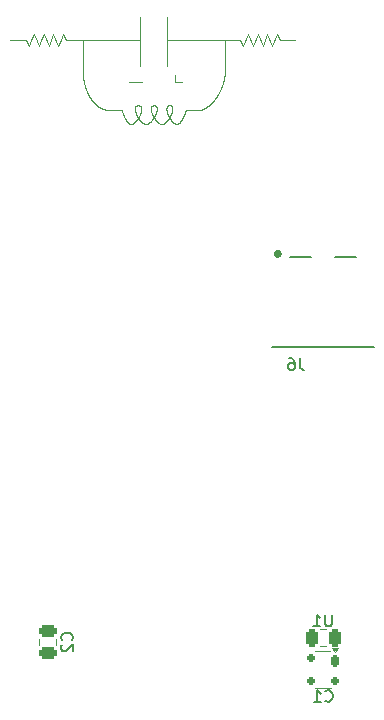
<source format=gbo>
G04 #@! TF.GenerationSoftware,KiCad,Pcbnew,9.0.6*
G04 #@! TF.CreationDate,2025-12-02T23:01:08+01:00*
G04 #@! TF.ProjectId,floppyv3_expansion,666c6f70-7079-4763-935f-657870616e73,rev?*
G04 #@! TF.SameCoordinates,Original*
G04 #@! TF.FileFunction,Legend,Bot*
G04 #@! TF.FilePolarity,Positive*
%FSLAX46Y46*%
G04 Gerber Fmt 4.6, Leading zero omitted, Abs format (unit mm)*
G04 Created by KiCad (PCBNEW 9.0.6) date 2025-12-02 23:01:08*
%MOMM*%
%LPD*%
G01*
G04 APERTURE LIST*
G04 Aperture macros list*
%AMRoundRect*
0 Rectangle with rounded corners*
0 $1 Rounding radius*
0 $2 $3 $4 $5 $6 $7 $8 $9 X,Y pos of 4 corners*
0 Add a 4 corners polygon primitive as box body*
4,1,4,$2,$3,$4,$5,$6,$7,$8,$9,$2,$3,0*
0 Add four circle primitives for the rounded corners*
1,1,$1+$1,$2,$3*
1,1,$1+$1,$4,$5*
1,1,$1+$1,$6,$7*
1,1,$1+$1,$8,$9*
0 Add four rect primitives between the rounded corners*
20,1,$1+$1,$2,$3,$4,$5,0*
20,1,$1+$1,$4,$5,$6,$7,0*
20,1,$1+$1,$6,$7,$8,$9,0*
20,1,$1+$1,$8,$9,$2,$3,0*%
G04 Aperture macros list end*
%ADD10C,0.066145*%
%ADD11C,0.150000*%
%ADD12C,0.120000*%
%ADD13C,0.200000*%
%ADD14C,0.369000*%
%ADD15O,3.200000X1.900000*%
%ADD16R,1.800000X1.800000*%
%ADD17C,1.800000*%
%ADD18RoundRect,0.750000X-0.750000X1.250000X-0.750000X-1.250000X0.750000X-1.250000X0.750000X1.250000X0*%
%ADD19C,0.700000*%
%ADD20C,4.400000*%
%ADD21R,1.700000X1.700000*%
%ADD22C,1.700000*%
%ADD23RoundRect,0.175000X0.175000X0.325000X-0.175000X0.325000X-0.175000X-0.325000X0.175000X-0.325000X0*%
%ADD24RoundRect,0.150000X0.200000X0.150000X-0.200000X0.150000X-0.200000X-0.150000X0.200000X-0.150000X0*%
%ADD25RoundRect,0.250000X0.475000X-0.250000X0.475000X0.250000X-0.475000X0.250000X-0.475000X-0.250000X0*%
%ADD26RoundRect,0.250000X-0.250000X-0.475000X0.250000X-0.475000X0.250000X0.475000X-0.250000X0.475000X0*%
%ADD27R,0.740000X2.790000*%
G04 APERTURE END LIST*
D10*
X90209467Y-67529166D02*
X90000000Y-67000000D01*
X90628401Y-66470833D02*
X90407464Y-67028976D01*
X90209467Y-67529166D01*
X92723074Y-67529166D02*
X92304140Y-66470833D01*
X103170742Y-70567151D02*
X102580155Y-70567151D01*
X99468943Y-72539711D02*
X99472096Y-72539721D01*
X99475229Y-72539751D01*
X99478332Y-72539801D01*
X99481414Y-72539870D01*
X99484467Y-72539958D01*
X99487500Y-72540066D01*
X99490504Y-72540193D01*
X99493489Y-72540340D01*
X99496444Y-72540504D01*
X99499380Y-72540688D01*
X99502288Y-72540890D01*
X99505177Y-72541111D01*
X99508038Y-72541349D01*
X99510880Y-72541606D01*
X99513694Y-72541881D01*
X99516490Y-72542174D01*
X99519259Y-72542484D01*
X99522009Y-72542813D01*
X99524733Y-72543158D01*
X99527439Y-72543521D01*
X99530119Y-72543901D01*
X99532781Y-72544298D01*
X99535417Y-72544712D01*
X99538035Y-72545143D01*
X99540629Y-72545590D01*
X99543204Y-72546055D01*
X99545755Y-72546535D01*
X99548289Y-72547032D01*
X99550798Y-72547546D01*
X99553290Y-72548075D01*
X99555758Y-72548621D01*
X99558209Y-72549183D01*
X99560637Y-72549760D01*
X99563048Y-72550354D01*
X99565437Y-72550962D01*
X99567808Y-72551587D01*
X99570157Y-72552227D01*
X99572489Y-72552883D01*
X99574800Y-72553554D01*
X99577094Y-72554240D01*
X99579367Y-72554941D01*
X99581623Y-72555658D01*
X99583858Y-72556389D01*
X99586077Y-72557136D01*
X99588276Y-72557897D01*
X99590458Y-72558674D01*
X99592620Y-72559464D01*
X99594766Y-72560271D01*
X99596893Y-72561091D01*
X99599004Y-72561926D01*
X99601095Y-72562775D01*
X99603171Y-72563640D01*
X99605228Y-72564518D01*
X99607269Y-72565411D01*
X99609292Y-72566318D01*
X99611299Y-72567240D01*
X99613289Y-72568176D01*
X99615263Y-72569126D01*
X99617219Y-72570090D01*
X99619160Y-72571069D01*
X99621084Y-72572062D01*
X99622992Y-72573069D01*
X99624884Y-72574090D01*
X99626761Y-72575125D01*
X99628621Y-72576174D01*
X99630466Y-72577238D01*
X99632295Y-72578315D01*
X99634108Y-72579407D01*
X99635907Y-72580512D01*
X99637690Y-72581632D01*
X99639458Y-72582766D01*
X99641210Y-72583914D01*
X99642948Y-72585076D01*
X99644671Y-72586251D01*
X99646380Y-72587442D01*
X99648073Y-72588646D01*
X99649752Y-72589864D01*
X99651416Y-72591096D01*
X99654702Y-72593604D01*
X99657931Y-72596168D01*
X99661103Y-72598790D01*
X99664220Y-72601469D01*
X99667281Y-72604205D01*
X99670288Y-72607000D01*
X99673240Y-72609854D01*
X99676139Y-72612766D01*
X99678984Y-72615738D01*
X99681776Y-72618771D01*
X99684515Y-72621863D01*
X99687201Y-72625017D01*
X99689836Y-72628233D01*
X99692418Y-72631511D01*
X99694948Y-72634853D01*
X99697427Y-72638258D01*
X99699854Y-72641728D01*
X99702229Y-72645264D01*
X99704552Y-72648866D01*
X99706824Y-72652535D01*
X99709043Y-72656272D01*
X99711211Y-72660077D01*
X99713326Y-72663953D01*
X99715389Y-72667900D01*
X99717399Y-72671918D01*
X99719355Y-72676009D01*
X99721259Y-72680173D01*
X99723109Y-72684412D01*
X99724904Y-72688727D01*
X99726645Y-72693118D01*
X99728330Y-72697588D01*
X99729960Y-72702136D01*
X99731534Y-72706764D01*
X99733050Y-72711473D01*
X99734509Y-72716264D01*
X99735910Y-72721138D01*
X99737251Y-72726097D01*
X99738533Y-72731141D01*
X99739754Y-72736271D01*
X99740914Y-72741489D01*
X99742011Y-72746795D01*
X99743046Y-72752191D01*
X99744016Y-72757678D01*
X99744921Y-72763257D01*
X99745761Y-72768928D01*
X99746533Y-72774694D01*
X99747237Y-72780555D01*
X99747872Y-72786511D01*
X99748437Y-72792565D01*
X99748931Y-72798717D01*
X99749353Y-72804968D01*
X99749701Y-72811319D01*
X99749974Y-72817771D01*
X99750172Y-72824324D01*
X99750293Y-72830981D01*
X99750335Y-72837741D01*
X99750299Y-72844605D01*
X99750181Y-72851575D01*
X99749982Y-72858651D01*
X99749700Y-72865833D01*
X99749333Y-72873123D01*
X99748881Y-72880520D01*
X99748342Y-72888027D01*
X99747716Y-72895642D01*
X99746999Y-72903368D01*
X99746192Y-72911203D01*
X99745294Y-72919149D01*
X99744302Y-72927205D01*
X99743216Y-72935373D01*
X99742035Y-72943652D01*
X99740756Y-72952043D01*
X99739380Y-72960546D01*
X99737905Y-72969159D01*
X99736330Y-72977885D01*
X99734653Y-72986722D01*
X99732873Y-72995670D01*
X99730990Y-73004729D01*
X99729002Y-73013899D01*
X99726909Y-73023178D01*
X99724708Y-73032568D01*
X99722401Y-73042066D01*
X99719984Y-73051672D01*
X99717458Y-73061385D01*
X99714822Y-73071205D01*
X99712075Y-73081130D01*
X99709215Y-73091159D01*
X99706244Y-73101291D01*
X99703159Y-73111524D01*
X99699961Y-73121858D01*
X99696648Y-73132289D01*
X99693221Y-73142817D01*
X99689679Y-73153440D01*
X99686022Y-73164155D01*
X99682249Y-73174961D01*
X99678361Y-73185856D01*
X99674357Y-73196836D01*
X99670238Y-73207900D01*
X99666003Y-73219044D01*
X99661653Y-73230267D01*
X99657189Y-73241565D01*
X99652609Y-73252934D01*
X99647916Y-73264373D01*
X99643109Y-73275878D01*
X99638190Y-73287444D01*
X99633159Y-73299069D01*
X99628017Y-73310750D01*
X99622765Y-73322481D01*
X99617404Y-73334260D01*
X99611936Y-73346082D01*
X99606361Y-73357943D01*
X99600682Y-73369839D01*
X99594899Y-73381766D01*
X99589015Y-73393719D01*
X99583032Y-73405693D01*
X99576950Y-73417684D01*
X99570773Y-73429687D01*
X99564502Y-73441698D01*
X99558139Y-73453711D01*
X99551687Y-73465722D01*
X99545148Y-73477726D01*
X99538525Y-73489717D01*
X99531820Y-73501691D01*
X99525036Y-73513643D01*
X99518176Y-73525567D01*
X99511242Y-73537459D01*
X99504237Y-73549313D01*
X99497165Y-73561124D01*
X99493604Y-73567013D01*
X99490028Y-73572888D01*
X99486436Y-73578750D01*
X99482829Y-73584599D01*
X99479208Y-73590433D01*
X99475572Y-73596253D01*
X99471923Y-73602056D01*
X99468260Y-73607844D01*
X99464585Y-73613613D01*
X99460895Y-73619367D01*
X99457196Y-73625101D01*
X99453482Y-73630818D01*
X99449760Y-73636514D01*
X99446024Y-73642193D01*
X99442280Y-73647848D01*
X99438523Y-73653486D01*
X99434760Y-73659098D01*
X99430984Y-73664692D01*
X99427202Y-73670259D01*
X99423409Y-73675809D01*
X99419611Y-73681329D01*
X99415801Y-73686830D01*
X99411989Y-73692301D01*
X99408165Y-73697752D01*
X99404340Y-73703172D01*
X99400504Y-73708571D01*
X99396667Y-73713938D01*
X99392820Y-73719284D01*
X99388974Y-73724595D01*
X99385118Y-73729885D01*
X99381263Y-73735139D01*
X99377400Y-73740371D01*
X99373539Y-73745567D01*
X99369669Y-73750740D01*
X99365803Y-73755875D01*
X99361929Y-73760987D01*
X99358061Y-73766059D01*
X99354184Y-73771109D01*
X99350313Y-73776118D01*
X99346435Y-73781104D01*
X99342564Y-73786047D01*
X99338687Y-73790968D01*
X99334817Y-73795844D01*
X99330941Y-73800698D01*
X99327075Y-73805507D01*
X99323202Y-73810292D01*
X99319340Y-73815032D01*
X99315472Y-73819747D01*
X99311616Y-73824417D01*
X99307754Y-73829062D01*
X99303905Y-73833660D01*
X99300051Y-73838233D01*
X99296210Y-73842759D01*
X99292364Y-73847260D01*
X99288533Y-73851713D01*
X99284698Y-73856140D01*
X99280878Y-73860519D01*
X99277054Y-73864871D01*
X99273246Y-73869175D01*
X99269435Y-73873453D01*
X99265641Y-73877681D01*
X99261843Y-73881883D01*
X99258064Y-73886036D01*
X99254281Y-73890161D01*
X99250517Y-73894237D01*
X99246751Y-73898286D01*
X99243004Y-73902285D01*
X99239254Y-73906256D01*
X99235525Y-73910178D01*
X99231794Y-73914072D01*
X99228084Y-73917915D01*
X99224372Y-73921732D01*
X99220681Y-73925497D01*
X99216989Y-73929235D01*
X99213319Y-73932923D01*
X99209648Y-73936583D01*
X99206000Y-73940192D01*
X99202350Y-73943774D01*
X99198724Y-73947305D01*
X99195098Y-73950808D01*
X99191495Y-73954261D01*
X99187892Y-73957686D01*
X99184313Y-73961061D01*
X99180734Y-73964408D01*
X99177179Y-73967704D01*
X99173625Y-73970973D01*
X99170095Y-73974192D01*
X99166567Y-73977383D01*
X99163063Y-73980524D01*
X99159560Y-73983637D01*
X99156083Y-73986701D01*
X99152607Y-73989738D01*
X99149157Y-73992724D01*
X99145708Y-73995684D01*
X99142285Y-73998594D01*
X99138864Y-74001477D01*
X99135469Y-74004311D01*
X99132076Y-74007118D01*
X99128710Y-74009877D01*
X99125345Y-74012608D01*
X99122007Y-74015292D01*
X99118671Y-74017948D01*
X99115363Y-74020557D01*
X99112056Y-74023139D01*
X99108777Y-74025674D01*
X99105500Y-74028181D01*
X99102250Y-74030643D01*
X99099003Y-74033078D01*
X99095783Y-74035466D01*
X99092566Y-74037828D01*
X99089377Y-74040145D01*
X99086190Y-74042435D01*
X99083031Y-74044681D01*
X99079875Y-74046900D01*
X99076746Y-74049074D01*
X99073620Y-74051223D01*
X99070522Y-74053328D01*
X99067427Y-74055406D01*
X99064360Y-74057442D01*
X99061296Y-74059452D01*
X99058260Y-74061419D01*
X99055227Y-74063360D01*
X99052221Y-74065260D01*
X99049219Y-74067134D01*
X99046244Y-74068968D01*
X99043273Y-74070775D01*
X99040329Y-74072542D01*
X99037389Y-74074284D01*
X99034476Y-74075986D01*
X99031567Y-74077663D01*
X99028685Y-74079301D01*
X99025807Y-74080914D01*
X99022956Y-74082489D01*
X99020108Y-74084038D01*
X99017288Y-74085550D01*
X99014471Y-74087037D01*
X99011681Y-74088488D01*
X99008895Y-74089914D01*
X99006136Y-74091303D01*
X99003380Y-74092669D01*
X99000651Y-74093998D01*
X98997926Y-74095304D01*
X98995227Y-74096575D01*
X98992532Y-74097821D01*
X98989862Y-74099034D01*
X98987197Y-74100222D01*
X98984558Y-74101378D01*
X98981923Y-74102509D01*
X98979313Y-74103608D01*
X98976707Y-74104683D01*
X98974126Y-74105726D01*
X98971550Y-74106746D01*
X98968998Y-74107734D01*
X98966451Y-74108700D01*
X98963928Y-74109634D01*
X98961409Y-74110546D01*
X98958915Y-74111427D01*
X98956425Y-74112286D01*
X98953958Y-74113115D01*
X98951497Y-74113921D01*
X98949058Y-74114699D01*
X98946624Y-74115454D01*
X98944213Y-74116181D01*
X98941807Y-74116886D01*
X98939423Y-74117563D01*
X98937044Y-74118218D01*
X98934687Y-74118846D01*
X98932335Y-74119452D01*
X98930005Y-74120032D01*
X98927679Y-74120590D01*
X98925375Y-74121122D01*
X98923076Y-74121632D01*
X98920797Y-74122117D01*
X98918524Y-74122581D01*
X98916271Y-74123020D01*
X98914023Y-74123437D01*
X98911795Y-74123831D01*
X98909572Y-74124203D01*
X98907368Y-74124551D01*
X98905170Y-74124879D01*
X98902991Y-74125183D01*
X98900817Y-74125466D01*
X98898661Y-74125727D01*
X98896511Y-74125967D01*
X98894379Y-74126184D01*
X98892253Y-74126381D01*
X98890144Y-74126556D01*
X98888040Y-74126711D01*
X98885954Y-74126844D01*
X98883873Y-74126956D01*
X98881809Y-74127048D01*
X98879750Y-74127120D01*
X98877707Y-74127170D01*
X98875670Y-74127201D01*
X98873630Y-74127211D01*
X100791859Y-72539711D02*
X100794725Y-72539721D01*
X100797573Y-72539751D01*
X100800393Y-72539801D01*
X100803195Y-72539870D01*
X100805970Y-72539958D01*
X100808726Y-72540066D01*
X100811455Y-72540193D01*
X100814167Y-72540340D01*
X100816852Y-72540504D01*
X100819520Y-72540688D01*
X100822161Y-72540890D01*
X100824786Y-72541111D01*
X100827384Y-72541349D01*
X100829966Y-72541606D01*
X100832522Y-72541881D01*
X100835061Y-72542174D01*
X100837576Y-72542484D01*
X100840074Y-72542812D01*
X100842548Y-72543158D01*
X100845005Y-72543521D01*
X100847439Y-72543900D01*
X100849856Y-72544298D01*
X100852250Y-72544712D01*
X100854627Y-72545143D01*
X100856982Y-72545591D01*
X100859321Y-72546056D01*
X100861637Y-72546536D01*
X100863937Y-72547034D01*
X100866216Y-72547548D01*
X100868479Y-72548078D01*
X100870720Y-72548624D01*
X100872946Y-72549187D01*
X100875151Y-72549765D01*
X100877340Y-72550360D01*
X100879509Y-72550970D01*
X100881662Y-72551596D01*
X100883796Y-72552237D01*
X100885913Y-72552895D01*
X100888012Y-72553567D01*
X100890095Y-72554256D01*
X100892160Y-72554959D01*
X100894209Y-72555678D01*
X100896240Y-72556412D01*
X100898255Y-72557162D01*
X100900253Y-72557926D01*
X100902235Y-72558706D01*
X100904200Y-72559500D01*
X100906150Y-72560310D01*
X100908082Y-72561135D01*
X100910000Y-72561974D01*
X100911901Y-72562829D01*
X100913787Y-72563698D01*
X100915657Y-72564582D01*
X100917513Y-72565481D01*
X100919352Y-72566395D01*
X100921176Y-72567323D01*
X100922985Y-72568267D01*
X100924780Y-72569225D01*
X100926559Y-72570197D01*
X100928324Y-72571185D01*
X100930074Y-72572187D01*
X100931809Y-72573203D01*
X100933530Y-72574235D01*
X100935237Y-72575281D01*
X100936930Y-72576342D01*
X100938608Y-72577417D01*
X100940272Y-72578507D01*
X100941922Y-72579612D01*
X100943559Y-72580732D01*
X100945181Y-72581866D01*
X100948385Y-72584180D01*
X100951536Y-72586552D01*
X100954632Y-72588985D01*
X100957676Y-72591477D01*
X100960667Y-72594029D01*
X100963607Y-72596643D01*
X100966495Y-72599317D01*
X100969332Y-72602053D01*
X100972118Y-72604852D01*
X100974854Y-72607713D01*
X100977541Y-72610637D01*
X100980177Y-72613625D01*
X100982764Y-72616678D01*
X100985302Y-72619797D01*
X100987790Y-72622981D01*
X100990230Y-72626233D01*
X100992620Y-72629552D01*
X100994961Y-72632940D01*
X100997253Y-72636397D01*
X100999496Y-72639925D01*
X101001689Y-72643524D01*
X101003833Y-72647196D01*
X101005927Y-72650940D01*
X101007971Y-72654759D01*
X101009964Y-72658654D01*
X101011907Y-72662624D01*
X101013798Y-72666672D01*
X101015638Y-72670799D01*
X101017426Y-72675005D01*
X101019161Y-72679292D01*
X101020843Y-72683661D01*
X101022471Y-72688113D01*
X101024045Y-72692648D01*
X101025564Y-72697269D01*
X101027026Y-72701977D01*
X101028433Y-72706772D01*
X101029782Y-72711655D01*
X101031072Y-72716629D01*
X101032304Y-72721694D01*
X101033475Y-72726850D01*
X101034586Y-72732100D01*
X101035635Y-72737445D01*
X101036621Y-72742885D01*
X101037543Y-72748421D01*
X101038401Y-72754056D01*
X101039192Y-72759789D01*
X101039917Y-72765622D01*
X101040573Y-72771556D01*
X101041160Y-72777593D01*
X101041677Y-72783732D01*
X101042122Y-72789975D01*
X101042495Y-72796323D01*
X101042793Y-72802777D01*
X101043016Y-72809337D01*
X101043163Y-72816006D01*
X101043232Y-72822782D01*
X101043223Y-72829668D01*
X101043133Y-72836664D01*
X101042961Y-72843771D01*
X101042707Y-72850989D01*
X101042369Y-72858318D01*
X101041945Y-72865761D01*
X101041435Y-72873316D01*
X101040837Y-72880984D01*
X101040150Y-72888766D01*
X101039372Y-72896663D01*
X101038503Y-72904673D01*
X101037541Y-72912799D01*
X101036485Y-72921038D01*
X101035333Y-72929393D01*
X101034084Y-72937862D01*
X101032738Y-72946446D01*
X101031293Y-72955144D01*
X101029748Y-72963956D01*
X101028102Y-72972881D01*
X101026353Y-72981920D01*
X101024502Y-72991072D01*
X101022545Y-73000335D01*
X101020484Y-73009710D01*
X101018316Y-73019195D01*
X101016042Y-73028790D01*
X101013659Y-73038492D01*
X101011168Y-73048302D01*
X101008567Y-73058218D01*
X101005856Y-73068239D01*
X101003034Y-73078362D01*
X101000101Y-73088587D01*
X100997057Y-73098911D01*
X100993900Y-73109333D01*
X100990630Y-73119850D01*
X100987248Y-73130461D01*
X100983752Y-73141163D01*
X100980144Y-73151955D01*
X100976422Y-73162832D01*
X100972587Y-73173794D01*
X100968638Y-73184836D01*
X100964577Y-73195957D01*
X100960403Y-73207152D01*
X100956117Y-73218420D01*
X100951719Y-73229756D01*
X100947210Y-73241158D01*
X100942591Y-73252622D01*
X100937862Y-73264144D01*
X100933023Y-73275721D01*
X100928077Y-73287349D01*
X100923024Y-73299023D01*
X100917865Y-73310740D01*
X100912602Y-73322497D01*
X100907236Y-73334288D01*
X100901767Y-73346109D01*
X100896199Y-73357956D01*
X100890532Y-73369825D01*
X100884768Y-73381711D01*
X100878910Y-73393609D01*
X100872958Y-73405516D01*
X100866915Y-73417426D01*
X100860783Y-73429334D01*
X100854564Y-73441237D01*
X100848260Y-73453129D01*
X100841874Y-73465005D01*
X100835408Y-73476861D01*
X100828864Y-73488693D01*
X100825564Y-73494598D01*
X100822246Y-73500494D01*
X100818909Y-73506382D01*
X100815554Y-73512262D01*
X100812183Y-73518131D01*
X100808793Y-73523990D01*
X100805388Y-73529838D01*
X100801965Y-73535675D01*
X100798527Y-73541499D01*
X100795072Y-73547312D01*
X100791603Y-73553109D01*
X100788118Y-73558896D01*
X100784619Y-73564665D01*
X100781104Y-73570422D01*
X100777577Y-73576161D01*
X100774034Y-73581888D01*
X100770480Y-73587594D01*
X100766911Y-73593287D01*
X100763331Y-73598958D01*
X100759737Y-73604616D01*
X100756134Y-73610251D01*
X100752516Y-73615871D01*
X100748890Y-73621467D01*
X100745249Y-73627048D01*
X100741602Y-73632602D01*
X100737941Y-73638142D01*
X100734275Y-73643654D01*
X100730594Y-73649150D01*
X100726909Y-73654617D01*
X100723211Y-73660068D01*
X100719509Y-73665488D01*
X100715794Y-73670892D01*
X100712077Y-73676264D01*
X100708347Y-73681619D01*
X100704616Y-73686941D01*
X100700873Y-73692246D01*
X100697129Y-73697516D01*
X100693373Y-73702769D01*
X100689618Y-73707986D01*
X100685852Y-73713184D01*
X100682087Y-73718347D01*
X100678311Y-73723490D01*
X100674538Y-73728596D01*
X100670754Y-73733683D01*
X100666973Y-73738732D01*
X100663183Y-73743760D01*
X100659397Y-73748750D01*
X100655600Y-73753719D01*
X100651810Y-73758648D01*
X100648010Y-73763557D01*
X100644216Y-73768425D01*
X100640413Y-73773272D01*
X100636617Y-73778078D01*
X100632812Y-73782862D01*
X100629015Y-73787604D01*
X100625210Y-73792324D01*
X100621414Y-73797001D01*
X100617610Y-73801657D01*
X100613815Y-73806269D01*
X100610013Y-73810858D01*
X100606221Y-73815404D01*
X100602422Y-73819927D01*
X100598635Y-73824406D01*
X100594840Y-73828861D01*
X100591057Y-73833272D01*
X100587267Y-73837660D01*
X100583491Y-73842002D01*
X100579708Y-73846321D01*
X100575938Y-73850594D01*
X100572162Y-73854844D01*
X100568400Y-73859048D01*
X100564633Y-73863228D01*
X100560881Y-73867362D01*
X100557123Y-73871472D01*
X100553380Y-73875535D01*
X100549632Y-73879574D01*
X100545900Y-73883567D01*
X100542164Y-73887535D01*
X100538444Y-73891456D01*
X100534719Y-73895354D01*
X100531012Y-73899204D01*
X100527300Y-73903029D01*
X100523606Y-73906808D01*
X100519908Y-73910562D01*
X100516228Y-73914269D01*
X100512544Y-73917952D01*
X100508879Y-73921587D01*
X100505211Y-73925198D01*
X100501561Y-73928761D01*
X100497908Y-73932300D01*
X100494275Y-73935792D01*
X100490639Y-73939259D01*
X100487022Y-73942680D01*
X100483403Y-73946075D01*
X100479804Y-73949424D01*
X100476203Y-73952748D01*
X100472622Y-73956025D01*
X100469039Y-73959278D01*
X100465477Y-73962484D01*
X100461913Y-73965665D01*
X100458370Y-73968800D01*
X100454825Y-73971911D01*
X100451302Y-73974975D01*
X100447776Y-73978015D01*
X100444273Y-73981009D01*
X100440769Y-73983978D01*
X100437286Y-73986902D01*
X100433802Y-73989801D01*
X100430340Y-73992655D01*
X100426877Y-73995484D01*
X100423437Y-73998270D01*
X100419995Y-74001029D01*
X100416577Y-74003746D01*
X100413157Y-74006437D01*
X100409760Y-74009084D01*
X100406363Y-74011707D01*
X100402989Y-74014287D01*
X100399614Y-74016841D01*
X100396262Y-74019353D01*
X100392910Y-74021840D01*
X100389581Y-74024286D01*
X100386251Y-74026706D01*
X100382945Y-74029085D01*
X100379639Y-74031438D01*
X100376357Y-74033751D01*
X100373074Y-74036039D01*
X100369815Y-74038286D01*
X100366556Y-74040509D01*
X100363320Y-74042692D01*
X100360085Y-74044850D01*
X100356873Y-74046968D01*
X100353662Y-74049062D01*
X100350474Y-74051117D01*
X100347286Y-74053148D01*
X100344122Y-74055140D01*
X100340959Y-74057107D01*
X100337819Y-74059037D01*
X100334679Y-74060942D01*
X100331563Y-74062810D01*
X100328448Y-74064654D01*
X100325356Y-74066461D01*
X100322266Y-74068244D01*
X100319198Y-74069991D01*
X100316131Y-74071714D01*
X100313088Y-74073401D01*
X100310046Y-74075064D01*
X100307026Y-74076692D01*
X100304008Y-74078296D01*
X100301013Y-74079866D01*
X100298019Y-74081412D01*
X100295047Y-74082923D01*
X100292078Y-74084412D01*
X100289130Y-74085867D01*
X100286185Y-74087298D01*
X100283261Y-74088697D01*
X100280340Y-74090072D01*
X100277440Y-74091415D01*
X100274542Y-74092735D01*
X100271666Y-74094023D01*
X100268793Y-74095288D01*
X100265940Y-74096522D01*
X100263090Y-74097733D01*
X100260261Y-74098913D01*
X100257435Y-74100070D01*
X100254629Y-74101197D01*
X100251826Y-74102301D01*
X100249043Y-74103376D01*
X100246263Y-74104428D01*
X100243504Y-74105451D01*
X100240747Y-74106452D01*
X100238010Y-74107424D01*
X100235276Y-74108373D01*
X100232562Y-74109295D01*
X100229851Y-74110194D01*
X100227159Y-74111066D01*
X100224470Y-74111916D01*
X100221801Y-74112738D01*
X100219135Y-74113539D01*
X100216487Y-74114313D01*
X100213843Y-74115065D01*
X100211217Y-74115791D01*
X100208594Y-74116496D01*
X100205990Y-74117174D01*
X100203389Y-74117831D01*
X100200806Y-74118463D01*
X100198226Y-74119074D01*
X100195664Y-74119659D01*
X100193106Y-74120224D01*
X100190565Y-74120763D01*
X100188027Y-74121282D01*
X100185506Y-74121777D01*
X100182989Y-74122250D01*
X100180488Y-74122700D01*
X100177991Y-74123129D01*
X100175511Y-74123535D01*
X100173033Y-74123920D01*
X100170573Y-74124282D01*
X100168115Y-74124623D01*
X100165674Y-74124942D01*
X100163235Y-74125240D01*
X100160813Y-74125516D01*
X100158394Y-74125772D01*
X100155990Y-74126005D01*
X100153590Y-74126219D01*
X100151205Y-74126410D01*
X100148823Y-74126582D01*
X100146456Y-74126732D01*
X100144092Y-74126862D01*
X100141743Y-74126971D01*
X100139397Y-74127059D01*
X100137065Y-74127128D01*
X100134737Y-74127176D01*
X100130401Y-74127211D01*
X112773701Y-67000000D02*
X111456689Y-67000000D01*
X102710089Y-74127211D02*
X102706055Y-74127171D01*
X102701984Y-74127051D01*
X102697876Y-74126849D01*
X102693729Y-74126566D01*
X102689542Y-74126200D01*
X102685316Y-74125750D01*
X102681048Y-74125215D01*
X102676739Y-74124594D01*
X102672388Y-74123887D01*
X102667994Y-74123091D01*
X102663556Y-74122206D01*
X102659073Y-74121231D01*
X102654545Y-74120164D01*
X102649971Y-74119003D01*
X102645350Y-74117749D01*
X102640682Y-74116398D01*
X102635966Y-74114951D01*
X102631201Y-74113404D01*
X102626387Y-74111758D01*
X102621524Y-74110010D01*
X102616610Y-74108159D01*
X102611645Y-74106203D01*
X102606629Y-74104141D01*
X102601561Y-74101971D01*
X102596441Y-74099692D01*
X102591268Y-74097301D01*
X102586041Y-74094798D01*
X102580761Y-74092180D01*
X102575427Y-74089446D01*
X102570039Y-74086595D01*
X102564597Y-74083624D01*
X102559099Y-74080531D01*
X102553547Y-74077317D01*
X102547939Y-74073977D01*
X102542276Y-74070512D01*
X102536558Y-74066919D01*
X102530784Y-74063196D01*
X102524955Y-74059342D01*
X102519070Y-74055356D01*
X102513130Y-74051236D01*
X102507135Y-74046979D01*
X102501084Y-74042586D01*
X102494979Y-74038054D01*
X102488818Y-74033381D01*
X102482604Y-74028567D01*
X102476336Y-74023610D01*
X102470014Y-74018508D01*
X102463639Y-74013261D01*
X102457212Y-74007866D01*
X102450732Y-74002324D01*
X102444202Y-73996633D01*
X102437621Y-73990791D01*
X102430990Y-73984799D01*
X102424310Y-73978654D01*
X102417582Y-73972356D01*
X102410807Y-73965905D01*
X102403987Y-73959299D01*
X102397121Y-73952539D01*
X102390212Y-73945624D01*
X102383261Y-73938553D01*
X102376269Y-73931326D01*
X102369237Y-73923943D01*
X102362167Y-73916404D01*
X102355060Y-73908709D01*
X102347919Y-73900859D01*
X102340745Y-73892853D01*
X102333539Y-73884693D01*
X102326304Y-73876378D01*
X102319041Y-73867910D01*
X102311753Y-73859289D01*
X102304442Y-73850517D01*
X102297110Y-73841595D01*
X102289758Y-73832523D01*
X102282391Y-73823305D01*
X102275009Y-73813940D01*
X102267615Y-73804432D01*
X102260213Y-73794781D01*
X102252804Y-73784991D01*
X102245391Y-73775063D01*
X102237978Y-73765000D01*
X102230566Y-73754805D01*
X102223159Y-73744480D01*
X102215759Y-73734028D01*
X102208370Y-73723453D01*
X102200995Y-73712758D01*
X102193636Y-73701946D01*
X102186297Y-73691020D01*
X102178980Y-73679985D01*
X102171690Y-73668845D01*
X102164429Y-73657603D01*
X102157200Y-73646263D01*
X102150006Y-73634831D01*
X102142852Y-73623309D01*
X102135739Y-73611704D01*
X102128671Y-73600018D01*
X102121652Y-73588258D01*
X102114683Y-73576429D01*
X102107770Y-73564533D01*
X102100914Y-73552578D01*
X102094119Y-73540568D01*
X102087387Y-73528508D01*
X102084046Y-73522461D01*
X102080722Y-73516404D01*
X102077416Y-73510336D01*
X102074127Y-73504260D01*
X102070857Y-73498175D01*
X102067604Y-73492081D01*
X102064371Y-73485982D01*
X102061156Y-73479874D01*
X102057962Y-73473762D01*
X102054787Y-73467643D01*
X102051633Y-73461522D01*
X102048498Y-73455393D01*
X102045385Y-73449265D01*
X102042292Y-73443131D01*
X102039222Y-73436998D01*
X102036172Y-73430860D01*
X102033146Y-73424726D01*
X102030140Y-73418587D01*
X102027159Y-73412454D01*
X102024198Y-73406316D01*
X102021263Y-73400186D01*
X102018349Y-73394053D01*
X102015461Y-73387929D01*
X102012595Y-73381803D01*
X102009755Y-73375687D01*
X102006937Y-73369570D01*
X102004147Y-73363466D01*
X102001378Y-73357360D01*
X101998638Y-73351269D01*
X101995919Y-73345177D01*
X101993230Y-73339102D01*
X101990563Y-73333027D01*
X101987925Y-73326970D01*
X101985310Y-73320914D01*
X101982725Y-73314877D01*
X101980162Y-73308842D01*
X101977631Y-73302828D01*
X101975122Y-73296816D01*
X101972644Y-73290827D01*
X101970188Y-73284841D01*
X101967765Y-73278879D01*
X101965364Y-73272920D01*
X101962996Y-73266987D01*
X101960650Y-73261058D01*
X101958337Y-73255156D01*
X101956048Y-73249258D01*
X101953790Y-73243390D01*
X101951557Y-73237525D01*
X101949356Y-73231692D01*
X101947178Y-73225863D01*
X101945034Y-73220066D01*
X101942913Y-73214274D01*
X101940825Y-73208515D01*
X101938761Y-73202763D01*
X101936731Y-73197044D01*
X101934724Y-73191332D01*
X101932750Y-73185655D01*
X101930801Y-73179985D01*
X101928885Y-73174351D01*
X101926992Y-73168725D01*
X101925134Y-73163136D01*
X101923299Y-73157555D01*
X101921498Y-73152012D01*
X101919720Y-73146477D01*
X101917977Y-73140981D01*
X101916257Y-73135494D01*
X101914570Y-73130047D01*
X101912907Y-73124609D01*
X101911278Y-73119212D01*
X101909673Y-73113824D01*
X101908100Y-73108477D01*
X101906552Y-73103140D01*
X101905037Y-73097846D01*
X101903545Y-73092561D01*
X101902087Y-73087319D01*
X101900652Y-73082088D01*
X101899249Y-73076900D01*
X101897871Y-73071723D01*
X101896525Y-73066589D01*
X101895202Y-73061467D01*
X101893912Y-73056388D01*
X101892645Y-73051322D01*
X101891410Y-73046299D01*
X101890199Y-73041289D01*
X101889019Y-73036323D01*
X101887863Y-73031370D01*
X101886738Y-73026462D01*
X101885636Y-73021566D01*
X101884565Y-73016715D01*
X101883517Y-73011877D01*
X101882500Y-73007085D01*
X101881506Y-73002305D01*
X101880542Y-72997571D01*
X101879601Y-72992851D01*
X101878690Y-72988176D01*
X101877802Y-72983514D01*
X101876943Y-72978899D01*
X101876106Y-72974297D01*
X101875299Y-72969741D01*
X101874515Y-72965198D01*
X101873758Y-72960702D01*
X101873025Y-72956219D01*
X101872319Y-72951783D01*
X101871636Y-72947361D01*
X101870980Y-72942984D01*
X101870347Y-72938622D01*
X101869741Y-72934305D01*
X101869157Y-72930003D01*
X101868599Y-72925747D01*
X101868064Y-72921505D01*
X101867554Y-72917308D01*
X101867067Y-72913126D01*
X101866605Y-72908990D01*
X101866165Y-72904868D01*
X101865749Y-72900791D01*
X101865356Y-72896729D01*
X101864987Y-72892713D01*
X101864640Y-72888710D01*
X101864316Y-72884753D01*
X101864014Y-72880810D01*
X101863736Y-72876912D01*
X101863478Y-72873029D01*
X101863244Y-72869190D01*
X101863031Y-72865366D01*
X101862840Y-72861586D01*
X101862670Y-72857821D01*
X101862522Y-72854099D01*
X101862395Y-72850393D01*
X101862290Y-72846729D01*
X101862205Y-72843081D01*
X101862141Y-72839475D01*
X101862097Y-72835885D01*
X101862074Y-72832337D01*
X101862071Y-72828803D01*
X101862088Y-72825312D01*
X101862126Y-72821836D01*
X101862183Y-72818402D01*
X101862259Y-72814983D01*
X101862355Y-72811604D01*
X101862471Y-72808241D01*
X101862605Y-72804919D01*
X101862759Y-72801611D01*
X101862930Y-72798344D01*
X101863122Y-72795092D01*
X101863331Y-72791880D01*
X101863559Y-72788682D01*
X101863804Y-72785524D01*
X101864069Y-72782381D01*
X101864350Y-72779277D01*
X101864650Y-72776187D01*
X101864967Y-72773136D01*
X101865302Y-72770100D01*
X101865653Y-72767101D01*
X101866023Y-72764118D01*
X101866408Y-72761171D01*
X101866812Y-72758240D01*
X101867230Y-72755345D01*
X101867667Y-72752465D01*
X101868119Y-72749621D01*
X101868589Y-72746792D01*
X101869073Y-72743998D01*
X101869575Y-72741219D01*
X101870091Y-72738476D01*
X101870625Y-72735747D01*
X101871172Y-72733052D01*
X101871737Y-72730372D01*
X101872315Y-72727726D01*
X101872911Y-72725095D01*
X101873519Y-72722496D01*
X101874145Y-72719913D01*
X101874784Y-72717362D01*
X101875439Y-72714826D01*
X101876107Y-72712322D01*
X101876792Y-72709833D01*
X101877489Y-72707375D01*
X101878203Y-72704932D01*
X101878928Y-72702519D01*
X101879671Y-72700121D01*
X101880424Y-72697754D01*
X101881195Y-72695401D01*
X101881976Y-72693078D01*
X101882774Y-72690769D01*
X101883583Y-72688490D01*
X101884408Y-72686225D01*
X101885244Y-72683988D01*
X101886096Y-72681766D01*
X101886959Y-72679572D01*
X101887838Y-72677393D01*
X101888727Y-72675241D01*
X101889632Y-72673103D01*
X101890548Y-72670992D01*
X101891479Y-72668896D01*
X101892420Y-72666826D01*
X101893377Y-72664770D01*
X101894344Y-72662740D01*
X101895327Y-72660724D01*
X101896319Y-72658734D01*
X101897327Y-72656758D01*
X101898344Y-72654806D01*
X101899377Y-72652869D01*
X101900420Y-72650956D01*
X101901477Y-72649057D01*
X101902545Y-72647182D01*
X101903627Y-72645321D01*
X101904720Y-72643484D01*
X101905827Y-72641660D01*
X101906943Y-72639859D01*
X101908075Y-72638073D01*
X101909216Y-72636308D01*
X101910372Y-72634558D01*
X101911538Y-72632829D01*
X101912719Y-72631115D01*
X101913909Y-72629422D01*
X101915113Y-72627742D01*
X101916328Y-72626084D01*
X101917557Y-72624440D01*
X101918795Y-72622816D01*
X101920049Y-72621206D01*
X101921312Y-72619617D01*
X101922589Y-72618041D01*
X101923877Y-72616485D01*
X101925178Y-72614942D01*
X101926490Y-72613420D01*
X101927817Y-72611911D01*
X101929153Y-72610421D01*
X101930504Y-72608945D01*
X101931865Y-72607487D01*
X101933240Y-72606043D01*
X101934626Y-72604618D01*
X101936026Y-72603207D01*
X101937437Y-72601813D01*
X101938862Y-72600433D01*
X101940297Y-72599071D01*
X101941747Y-72597723D01*
X101943208Y-72596393D01*
X101944683Y-72595076D01*
X101946170Y-72593776D01*
X101947671Y-72592490D01*
X101949183Y-72591221D01*
X101950709Y-72589966D01*
X101952247Y-72588728D01*
X101953799Y-72587503D01*
X101955364Y-72586295D01*
X101956942Y-72585101D01*
X101958533Y-72583923D01*
X101960138Y-72582759D01*
X101961756Y-72581611D01*
X101963388Y-72580477D01*
X101965032Y-72579359D01*
X101966691Y-72578255D01*
X101968364Y-72577167D01*
X101970050Y-72576093D01*
X101971750Y-72575034D01*
X101973465Y-72573990D01*
X101975193Y-72572961D01*
X101976936Y-72571947D01*
X101978693Y-72570948D01*
X101980464Y-72569963D01*
X101982250Y-72568993D01*
X101984051Y-72568038D01*
X101985866Y-72567098D01*
X101987696Y-72566173D01*
X101989542Y-72565262D01*
X101991402Y-72564367D01*
X101993278Y-72563486D01*
X101995168Y-72562621D01*
X101997075Y-72561770D01*
X101998996Y-72560934D01*
X102000934Y-72560114D01*
X102002887Y-72559308D01*
X102006842Y-72557742D01*
X102010861Y-72556237D01*
X102014946Y-72554792D01*
X102019099Y-72553410D01*
X102023319Y-72552089D01*
X102027609Y-72550830D01*
X102031968Y-72549635D01*
X102036400Y-72548503D01*
X102040904Y-72547436D01*
X102045481Y-72546434D01*
X102050134Y-72545497D01*
X102054864Y-72544627D01*
X102059671Y-72543825D01*
X102064556Y-72543090D01*
X102069522Y-72542425D01*
X102074570Y-72541830D01*
X102079700Y-72541306D01*
X102084914Y-72540855D01*
X102090214Y-72540477D01*
X102095600Y-72540173D01*
X102101075Y-72539944D01*
X102106639Y-72539792D01*
X102112294Y-72539718D01*
X102114776Y-72539711D01*
X109586345Y-66470833D02*
X109170712Y-67529166D01*
X91466274Y-66470833D02*
X91263297Y-66983598D01*
X91047335Y-67529166D01*
X101918697Y-69196987D02*
X101918697Y-65098307D01*
X98079880Y-72936586D02*
X97021545Y-72936586D01*
X101453318Y-74127211D02*
X101448711Y-74127171D01*
X101444070Y-74127051D01*
X101439395Y-74126850D01*
X101434685Y-74126567D01*
X101429940Y-74126203D01*
X101425159Y-74125755D01*
X101420341Y-74125223D01*
X101415486Y-74124607D01*
X101410593Y-74123906D01*
X101405662Y-74123118D01*
X101400692Y-74122243D01*
X101395682Y-74121280D01*
X101390633Y-74120228D01*
X101385542Y-74119085D01*
X101380411Y-74117852D01*
X101375238Y-74116526D01*
X101370023Y-74115106D01*
X101364765Y-74113592D01*
X101359464Y-74111983D01*
X101354120Y-74110277D01*
X101348731Y-74108472D01*
X101343298Y-74106569D01*
X101337821Y-74104565D01*
X101332298Y-74102459D01*
X101326730Y-74100250D01*
X101321116Y-74097937D01*
X101315456Y-74095519D01*
X101309750Y-74092994D01*
X101303997Y-74090360D01*
X101298197Y-74087617D01*
X101292350Y-74084764D01*
X101286455Y-74081798D01*
X101280514Y-74078719D01*
X101274525Y-74075525D01*
X101268488Y-74072215D01*
X101262404Y-74068788D01*
X101256272Y-74065242D01*
X101250092Y-74061576D01*
X101243865Y-74057789D01*
X101237590Y-74053879D01*
X101231268Y-74049845D01*
X101224899Y-74045687D01*
X101218482Y-74041402D01*
X101212019Y-74036990D01*
X101205509Y-74032449D01*
X101198954Y-74027778D01*
X101192352Y-74022977D01*
X101185705Y-74018043D01*
X101179013Y-74012976D01*
X101172276Y-74007776D01*
X101165495Y-74002440D01*
X101158671Y-73996969D01*
X101151805Y-73991360D01*
X101144896Y-73985615D01*
X101137946Y-73979730D01*
X101130956Y-73973707D01*
X101123926Y-73967544D01*
X101116857Y-73961241D01*
X101109751Y-73954797D01*
X101102608Y-73948212D01*
X101095430Y-73941485D01*
X101088217Y-73934616D01*
X101080970Y-73927605D01*
X101073692Y-73920452D01*
X101066383Y-73913156D01*
X101059045Y-73905718D01*
X101051679Y-73898139D01*
X101044286Y-73890417D01*
X101036869Y-73882554D01*
X101029429Y-73874550D01*
X101021967Y-73866405D01*
X101014486Y-73858120D01*
X101006987Y-73849697D01*
X100999472Y-73841135D01*
X100991944Y-73832437D01*
X100984403Y-73823602D01*
X100976852Y-73814632D01*
X100969294Y-73805530D01*
X100961730Y-73796295D01*
X100954163Y-73786931D01*
X100946595Y-73777438D01*
X100939029Y-73767818D01*
X100931466Y-73758074D01*
X100923910Y-73748208D01*
X100916363Y-73738222D01*
X100908827Y-73728119D01*
X100901306Y-73717901D01*
X100893801Y-73707570D01*
X100886315Y-73697130D01*
X100878852Y-73686584D01*
X100871414Y-73675935D01*
X100864003Y-73665186D01*
X100856623Y-73654341D01*
X100849276Y-73643402D01*
X100841966Y-73632373D01*
X100834694Y-73621259D01*
X100827465Y-73610063D01*
X100820280Y-73598790D01*
X100813144Y-73587442D01*
X100806057Y-73576024D01*
X100799024Y-73564540D01*
X100792048Y-73552996D01*
X100785130Y-73541394D01*
X100778274Y-73529740D01*
X100771483Y-73518038D01*
X100764759Y-73506292D01*
X100758105Y-73494508D01*
X100754805Y-73488603D01*
X100751523Y-73482690D01*
X100748261Y-73476769D01*
X100745017Y-73470842D01*
X100741793Y-73464909D01*
X100738588Y-73458969D01*
X100735404Y-73453026D01*
X100732239Y-73447076D01*
X100729096Y-73441125D01*
X100725973Y-73435168D01*
X100722873Y-73429211D01*
X100719792Y-73423250D01*
X100716735Y-73417290D01*
X100713698Y-73411325D01*
X100710685Y-73405364D01*
X100707693Y-73399400D01*
X100704725Y-73393440D01*
X100701779Y-73387478D01*
X100698858Y-73381522D01*
X100695959Y-73375564D01*
X100693085Y-73369614D01*
X100690233Y-73363663D01*
X100687409Y-73357722D01*
X100684606Y-73351779D01*
X100681830Y-73345849D01*
X100679076Y-73339917D01*
X100676351Y-73334000D01*
X100673648Y-73328082D01*
X100670973Y-73322179D01*
X100668321Y-73316277D01*
X100665699Y-73310392D01*
X100663098Y-73304507D01*
X100660528Y-73298641D01*
X100657980Y-73292777D01*
X100655463Y-73286932D01*
X100652968Y-73281090D01*
X100650505Y-73275268D01*
X100648064Y-73269450D01*
X100645654Y-73263654D01*
X100643268Y-73257862D01*
X100640913Y-73252093D01*
X100638581Y-73246329D01*
X100636281Y-73240589D01*
X100634005Y-73234854D01*
X100631760Y-73229146D01*
X100629540Y-73223443D01*
X100627351Y-73217767D01*
X100625186Y-73212097D01*
X100623054Y-73206456D01*
X100620945Y-73200821D01*
X100618869Y-73195217D01*
X100616817Y-73189618D01*
X100614797Y-73184051D01*
X100612801Y-73178491D01*
X100610839Y-73172963D01*
X100608900Y-73167443D01*
X100606994Y-73161956D01*
X100605112Y-73156476D01*
X100603263Y-73151032D01*
X100601438Y-73145595D01*
X100599646Y-73140193D01*
X100597878Y-73134801D01*
X100596143Y-73129444D01*
X100594432Y-73124096D01*
X100592754Y-73118786D01*
X100591100Y-73113484D01*
X100589478Y-73108221D01*
X100587881Y-73102967D01*
X100586316Y-73097752D01*
X100584775Y-73092546D01*
X100583267Y-73087380D01*
X100581783Y-73082225D01*
X100580331Y-73077109D01*
X100578902Y-73072004D01*
X100577506Y-73066939D01*
X100576134Y-73061885D01*
X100574794Y-73056872D01*
X100573477Y-73051871D01*
X100572193Y-73046910D01*
X100570931Y-73041962D01*
X100569702Y-73037055D01*
X100568495Y-73032160D01*
X100567320Y-73027308D01*
X100566169Y-73022467D01*
X100565048Y-73017669D01*
X100563951Y-73012883D01*
X100562884Y-73008141D01*
X100561841Y-73003410D01*
X100560827Y-72998724D01*
X100559837Y-72994049D01*
X100558877Y-72989418D01*
X100557939Y-72984801D01*
X100557031Y-72980226D01*
X100556147Y-72975665D01*
X100555291Y-72971148D01*
X100554458Y-72966644D01*
X100553653Y-72962183D01*
X100552872Y-72957737D01*
X100552118Y-72953334D01*
X100551387Y-72948945D01*
X100550684Y-72944599D01*
X100550003Y-72940268D01*
X100549350Y-72935980D01*
X100548719Y-72931707D01*
X100548115Y-72927477D01*
X100547533Y-72923262D01*
X100546977Y-72919090D01*
X100546444Y-72914932D01*
X100545936Y-72910818D01*
X100545450Y-72906719D01*
X100544990Y-72902663D01*
X100544551Y-72898621D01*
X100544138Y-72894623D01*
X100543746Y-72890639D01*
X100543378Y-72886699D01*
X100543032Y-72882773D01*
X100542710Y-72878890D01*
X100542410Y-72875022D01*
X100542132Y-72871197D01*
X100541876Y-72867386D01*
X100541643Y-72863618D01*
X100541431Y-72859864D01*
X100541242Y-72856153D01*
X100541073Y-72852457D01*
X100540926Y-72848803D01*
X100540800Y-72845163D01*
X100540696Y-72841565D01*
X100540612Y-72837982D01*
X100540549Y-72834440D01*
X100540506Y-72830914D01*
X100540484Y-72827428D01*
X100540482Y-72823957D01*
X100540500Y-72820526D01*
X100540539Y-72817111D01*
X100540596Y-72813736D01*
X100540674Y-72810375D01*
X100540771Y-72807055D01*
X100540887Y-72803749D01*
X100541022Y-72800483D01*
X100541177Y-72797231D01*
X100541350Y-72794019D01*
X100541542Y-72790821D01*
X100541752Y-72787662D01*
X100541981Y-72784518D01*
X100542227Y-72781412D01*
X100542493Y-72778320D01*
X100542775Y-72775267D01*
X100543076Y-72772228D01*
X100543394Y-72769226D01*
X100543730Y-72766239D01*
X100544082Y-72763288D01*
X100544453Y-72760353D01*
X100544839Y-72757453D01*
X100545244Y-72754568D01*
X100545664Y-72751719D01*
X100546102Y-72748885D01*
X100546555Y-72746085D01*
X100547025Y-72743300D01*
X100547511Y-72740550D01*
X100548014Y-72737815D01*
X100548531Y-72735113D01*
X100549066Y-72732426D01*
X100549615Y-72729773D01*
X100550181Y-72727134D01*
X100550761Y-72724528D01*
X100551358Y-72721936D01*
X100551968Y-72719377D01*
X100552595Y-72716833D01*
X100553235Y-72714320D01*
X100553892Y-72711822D01*
X100554562Y-72709355D01*
X100555248Y-72706903D01*
X100555947Y-72704481D01*
X100556663Y-72702074D01*
X100557390Y-72699697D01*
X100558134Y-72697334D01*
X100558890Y-72695001D01*
X100559662Y-72692683D01*
X100560445Y-72690393D01*
X100561245Y-72688118D01*
X100562056Y-72685871D01*
X100562884Y-72683638D01*
X100563722Y-72681434D01*
X100564577Y-72679244D01*
X100565442Y-72677081D01*
X100566323Y-72674932D01*
X100567215Y-72672810D01*
X100568122Y-72670703D01*
X100569040Y-72668622D01*
X100569974Y-72666554D01*
X100570918Y-72664513D01*
X100571878Y-72662486D01*
X100572848Y-72660484D01*
X100573833Y-72658496D01*
X100574829Y-72656533D01*
X100575839Y-72654585D01*
X100576860Y-72652660D01*
X100577896Y-72650749D01*
X100578942Y-72648862D01*
X100580003Y-72646990D01*
X100581074Y-72645140D01*
X100582161Y-72643304D01*
X100583257Y-72641492D01*
X100584368Y-72639693D01*
X100585488Y-72637916D01*
X100586624Y-72636154D01*
X100587769Y-72634413D01*
X100588930Y-72632686D01*
X100590100Y-72630981D01*
X100591284Y-72629289D01*
X100592479Y-72627618D01*
X100593688Y-72625962D01*
X100594907Y-72624326D01*
X100596141Y-72622703D01*
X100597385Y-72621101D01*
X100598643Y-72619513D01*
X100599912Y-72617944D01*
X100601195Y-72616389D01*
X100602488Y-72614854D01*
X100603795Y-72613332D01*
X100605113Y-72611830D01*
X100606445Y-72610341D01*
X100607787Y-72608871D01*
X100609144Y-72607414D01*
X100610511Y-72605976D01*
X100611893Y-72604552D01*
X100613286Y-72603146D01*
X100614692Y-72601753D01*
X100616110Y-72600378D01*
X100617542Y-72599017D01*
X100618985Y-72597673D01*
X100620442Y-72596344D01*
X100621910Y-72595031D01*
X100623393Y-72593732D01*
X100624887Y-72592450D01*
X100626396Y-72591182D01*
X100627916Y-72589930D01*
X100629451Y-72588693D01*
X100630997Y-72587471D01*
X100632558Y-72586264D01*
X100634131Y-72585073D01*
X100635719Y-72583896D01*
X100637319Y-72582734D01*
X100638933Y-72581587D01*
X100640560Y-72580456D01*
X100642201Y-72579339D01*
X100643856Y-72578237D01*
X100645525Y-72577149D01*
X100647207Y-72576077D01*
X100648904Y-72575019D01*
X100650615Y-72573977D01*
X100652340Y-72572949D01*
X100654079Y-72571935D01*
X100655833Y-72570937D01*
X100657601Y-72569953D01*
X100659384Y-72568984D01*
X100661182Y-72568030D01*
X100662994Y-72567091D01*
X100664822Y-72566167D01*
X100666664Y-72565257D01*
X100668522Y-72564362D01*
X100670395Y-72563482D01*
X100672283Y-72562617D01*
X100674187Y-72561767D01*
X100676107Y-72560932D01*
X100678042Y-72560112D01*
X100681960Y-72558516D01*
X100685943Y-72556981D01*
X100689991Y-72555507D01*
X100694106Y-72554094D01*
X100698289Y-72552743D01*
X100702541Y-72551453D01*
X100706863Y-72550227D01*
X100711256Y-72549063D01*
X100715721Y-72547964D01*
X100720260Y-72546929D01*
X100724873Y-72545959D01*
X100729563Y-72545056D01*
X100734329Y-72544220D01*
X100739174Y-72543451D01*
X100744099Y-72542751D01*
X100749105Y-72542121D01*
X100754192Y-72541561D01*
X100759364Y-72541073D01*
X100764620Y-72540658D01*
X100769962Y-72540316D01*
X100775392Y-72540050D01*
X100780911Y-72539859D01*
X100786520Y-72539746D01*
X100791859Y-72539711D01*
X93142010Y-66470833D02*
X92919590Y-67032720D01*
X92723074Y-67529166D01*
X108755081Y-66470833D02*
X108339449Y-67529166D01*
X100130401Y-74127211D02*
X100125792Y-74127171D01*
X100121144Y-74127051D01*
X100116458Y-74126850D01*
X100111731Y-74126567D01*
X100106964Y-74126201D01*
X100102156Y-74125752D01*
X100097306Y-74125219D01*
X100092414Y-74124601D01*
X100087479Y-74123897D01*
X100082500Y-74123105D01*
X100077477Y-74122226D01*
X100072409Y-74121258D01*
X100067295Y-74120199D01*
X100062136Y-74119049D01*
X100056930Y-74117807D01*
X100051678Y-74116472D01*
X100046377Y-74115042D01*
X100041029Y-74113516D01*
X100035632Y-74111893D01*
X100030187Y-74110172D01*
X100024692Y-74108351D01*
X100019147Y-74106429D01*
X100013552Y-74104405D01*
X100007906Y-74102278D01*
X100002210Y-74100047D01*
X99996462Y-74097709D01*
X99990662Y-74095264D01*
X99984811Y-74092710D01*
X99978908Y-74090046D01*
X99972953Y-74087271D01*
X99966945Y-74084383D01*
X99960884Y-74081381D01*
X99954771Y-74078264D01*
X99948605Y-74075030D01*
X99942386Y-74071678D01*
X99936114Y-74068206D01*
X99929790Y-74064614D01*
X99923412Y-74060899D01*
X99916982Y-74057062D01*
X99910499Y-74053100D01*
X99903964Y-74049012D01*
X99897377Y-74044797D01*
X99890738Y-74040454D01*
X99884047Y-74035981D01*
X99877305Y-74031378D01*
X99870513Y-74026643D01*
X99863669Y-74021776D01*
X99856776Y-74016775D01*
X99849834Y-74011640D01*
X99842843Y-74006369D01*
X99835804Y-74000961D01*
X99828717Y-73995416D01*
X99821584Y-73989733D01*
X99814405Y-73983912D01*
X99807181Y-73977951D01*
X99799914Y-73971850D01*
X99792603Y-73965608D01*
X99785251Y-73959226D01*
X99777858Y-73952703D01*
X99770425Y-73946037D01*
X99762954Y-73939231D01*
X99755447Y-73932282D01*
X99747903Y-73925191D01*
X99740326Y-73917959D01*
X99732716Y-73910585D01*
X99725075Y-73903069D01*
X99717405Y-73895413D01*
X99709707Y-73887615D01*
X99701983Y-73879678D01*
X99694236Y-73871602D01*
X99686466Y-73863387D01*
X99678677Y-73855035D01*
X99670869Y-73846546D01*
X99663046Y-73837922D01*
X99655209Y-73829164D01*
X99647361Y-73820273D01*
X99639504Y-73811251D01*
X99631640Y-73802100D01*
X99623772Y-73792821D01*
X99615903Y-73783417D01*
X99608034Y-73773889D01*
X99600168Y-73764239D01*
X99592309Y-73754471D01*
X99584459Y-73744586D01*
X99576620Y-73734587D01*
X99568796Y-73724476D01*
X99560989Y-73714257D01*
X99553202Y-73703933D01*
X99545437Y-73693506D01*
X99537699Y-73682981D01*
X99529990Y-73672359D01*
X99522312Y-73661645D01*
X99514670Y-73650842D01*
X99507065Y-73639955D01*
X99499500Y-73628985D01*
X99491980Y-73617939D01*
X99484506Y-73606819D01*
X99477082Y-73595629D01*
X99469711Y-73584374D01*
X99462395Y-73573058D01*
X99455138Y-73561686D01*
X99447942Y-73550261D01*
X99440810Y-73538787D01*
X99433745Y-73527270D01*
X99430239Y-73521497D01*
X99426750Y-73515714D01*
X99423280Y-73509923D01*
X99419828Y-73504123D01*
X99416395Y-73498317D01*
X99412981Y-73492502D01*
X99409587Y-73486683D01*
X99406212Y-73480855D01*
X99402857Y-73475025D01*
X99399522Y-73469188D01*
X99396210Y-73463349D01*
X99392916Y-73457504D01*
X99389646Y-73451658D01*
X99386395Y-73445807D01*
X99383168Y-73439958D01*
X99379961Y-73434104D01*
X99376779Y-73428253D01*
X99373617Y-73422397D01*
X99370480Y-73416547D01*
X99367365Y-73410692D01*
X99364275Y-73404845D01*
X99361206Y-73398994D01*
X99358164Y-73393151D01*
X99355144Y-73387305D01*
X99352151Y-73381470D01*
X99349179Y-73375632D01*
X99346236Y-73369805D01*
X99343314Y-73363977D01*
X99340421Y-73358162D01*
X99337550Y-73352346D01*
X99334709Y-73346544D01*
X99331889Y-73340742D01*
X99329100Y-73334956D01*
X99326333Y-73329170D01*
X99323596Y-73323402D01*
X99320882Y-73317634D01*
X99318199Y-73311885D01*
X99315539Y-73306137D01*
X99312910Y-73300409D01*
X99310304Y-73294683D01*
X99307730Y-73288979D01*
X99305178Y-73283277D01*
X99302659Y-73277597D01*
X99300163Y-73271921D01*
X99297700Y-73266269D01*
X99295259Y-73260619D01*
X99292852Y-73254996D01*
X99290468Y-73249376D01*
X99288117Y-73243782D01*
X99285790Y-73238193D01*
X99283495Y-73232632D01*
X99281225Y-73227075D01*
X99278988Y-73221547D01*
X99276774Y-73216024D01*
X99274594Y-73210531D01*
X99272438Y-73205043D01*
X99270316Y-73199587D01*
X99268217Y-73194136D01*
X99266152Y-73188717D01*
X99264111Y-73183305D01*
X99262104Y-73177925D01*
X99260120Y-73172552D01*
X99258171Y-73167213D01*
X99256245Y-73161881D01*
X99254354Y-73156583D01*
X99252486Y-73151293D01*
X99250652Y-73146038D01*
X99248842Y-73140791D01*
X99247065Y-73135580D01*
X99245313Y-73130377D01*
X99243594Y-73125211D01*
X99241899Y-73120053D01*
X99240237Y-73114933D01*
X99238599Y-73109822D01*
X99236995Y-73104748D01*
X99235414Y-73099684D01*
X99233867Y-73094658D01*
X99232343Y-73089642D01*
X99230852Y-73084664D01*
X99229385Y-73079697D01*
X99227951Y-73074768D01*
X99226540Y-73069850D01*
X99225162Y-73064972D01*
X99223808Y-73060104D01*
X99222485Y-73055276D01*
X99221186Y-73050459D01*
X99219919Y-73045682D01*
X99218676Y-73040916D01*
X99217464Y-73036191D01*
X99216275Y-73031477D01*
X99215117Y-73026804D01*
X99213983Y-73022142D01*
X99212880Y-73017522D01*
X99211800Y-73012913D01*
X99210750Y-73008345D01*
X99209724Y-73003789D01*
X99208727Y-72999275D01*
X99207754Y-72994773D01*
X99206810Y-72990312D01*
X99205890Y-72985863D01*
X99204998Y-72981457D01*
X99204129Y-72977062D01*
X99203290Y-72972709D01*
X99202472Y-72968368D01*
X99201684Y-72964070D01*
X99200918Y-72959783D01*
X99200179Y-72955539D01*
X99199464Y-72951307D01*
X99198775Y-72947117D01*
X99198109Y-72942940D01*
X99197471Y-72938804D01*
X99196854Y-72934682D01*
X99196264Y-72930601D01*
X99195696Y-72926532D01*
X99195154Y-72922506D01*
X99194634Y-72918492D01*
X99194140Y-72914520D01*
X99193667Y-72910560D01*
X99193220Y-72906642D01*
X99192795Y-72902737D01*
X99192394Y-72898873D01*
X99192014Y-72895022D01*
X99191659Y-72891212D01*
X99191325Y-72887416D01*
X99191015Y-72883659D01*
X99190726Y-72879917D01*
X99190460Y-72876214D01*
X99190216Y-72872525D01*
X99189994Y-72868876D01*
X99189793Y-72865240D01*
X99189615Y-72861644D01*
X99189457Y-72858061D01*
X99189321Y-72854518D01*
X99189205Y-72850988D01*
X99189111Y-72847497D01*
X99189038Y-72844020D01*
X99188985Y-72840581D01*
X99188952Y-72837156D01*
X99188940Y-72833769D01*
X99188948Y-72830396D01*
X99188977Y-72827060D01*
X99189025Y-72823738D01*
X99189092Y-72820454D01*
X99189179Y-72817183D01*
X99189286Y-72813950D01*
X99189412Y-72810730D01*
X99189557Y-72807547D01*
X99189721Y-72804377D01*
X99189903Y-72801243D01*
X99190105Y-72798123D01*
X99190324Y-72795039D01*
X99190563Y-72791969D01*
X99190819Y-72788934D01*
X99191094Y-72785912D01*
X99191386Y-72782925D01*
X99191697Y-72779952D01*
X99192024Y-72777013D01*
X99192371Y-72774088D01*
X99192733Y-72771197D01*
X99193114Y-72768319D01*
X99193510Y-72765475D01*
X99193925Y-72762645D01*
X99194356Y-72759847D01*
X99194804Y-72757063D01*
X99195268Y-72754311D01*
X99195750Y-72751573D01*
X99196247Y-72748867D01*
X99196761Y-72746174D01*
X99197290Y-72743512D01*
X99197837Y-72740865D01*
X99198397Y-72738248D01*
X99198976Y-72735644D01*
X99199568Y-72733071D01*
X99200178Y-72730512D01*
X99200801Y-72727982D01*
X99201442Y-72725466D01*
X99202095Y-72722979D01*
X99202766Y-72720506D01*
X99203450Y-72718061D01*
X99204151Y-72715630D01*
X99204865Y-72713227D01*
X99205596Y-72710838D01*
X99206339Y-72708476D01*
X99207099Y-72706128D01*
X99207871Y-72703807D01*
X99208660Y-72701500D01*
X99209461Y-72699219D01*
X99210279Y-72696952D01*
X99211108Y-72694710D01*
X99211954Y-72692483D01*
X99212811Y-72690281D01*
X99213685Y-72688092D01*
X99214571Y-72685928D01*
X99215472Y-72683778D01*
X99216385Y-72681653D01*
X99217314Y-72679541D01*
X99218255Y-72677453D01*
X99219211Y-72675378D01*
X99220179Y-72673328D01*
X99221162Y-72671290D01*
X99222156Y-72669276D01*
X99223167Y-72667275D01*
X99224188Y-72665297D01*
X99225225Y-72663332D01*
X99226272Y-72661389D01*
X99227336Y-72659460D01*
X99228410Y-72657552D01*
X99229500Y-72655658D01*
X99230601Y-72653785D01*
X99231717Y-72651925D01*
X99232844Y-72650087D01*
X99233986Y-72648261D01*
X99235139Y-72646456D01*
X99236308Y-72644665D01*
X99237487Y-72642893D01*
X99238682Y-72641135D01*
X99239887Y-72639396D01*
X99241108Y-72637671D01*
X99242339Y-72635965D01*
X99243586Y-72634272D01*
X99244844Y-72632598D01*
X99246117Y-72630938D01*
X99247400Y-72629296D01*
X99248699Y-72627667D01*
X99250009Y-72626056D01*
X99251334Y-72624458D01*
X99252671Y-72622879D01*
X99254022Y-72621313D01*
X99255385Y-72619764D01*
X99256763Y-72618228D01*
X99258152Y-72616710D01*
X99259556Y-72615205D01*
X99260972Y-72613717D01*
X99262403Y-72612242D01*
X99263846Y-72610783D01*
X99265304Y-72609338D01*
X99266774Y-72607910D01*
X99268258Y-72606495D01*
X99269755Y-72605095D01*
X99271267Y-72603709D01*
X99272792Y-72602339D01*
X99274331Y-72600983D01*
X99275883Y-72599642D01*
X99277450Y-72598314D01*
X99279030Y-72597002D01*
X99280625Y-72595703D01*
X99282234Y-72594420D01*
X99283857Y-72593150D01*
X99285494Y-72591895D01*
X99287145Y-72590653D01*
X99288811Y-72589427D01*
X99290492Y-72588214D01*
X99292186Y-72587016D01*
X99293896Y-72585831D01*
X99295620Y-72584661D01*
X99297360Y-72583505D01*
X99299114Y-72582363D01*
X99300883Y-72581235D01*
X99302667Y-72580122D01*
X99304467Y-72579022D01*
X99306282Y-72577937D01*
X99308112Y-72576865D01*
X99309958Y-72575808D01*
X99311820Y-72574765D01*
X99313697Y-72573736D01*
X99315590Y-72572721D01*
X99317499Y-72571720D01*
X99319424Y-72570733D01*
X99321366Y-72569761D01*
X99323324Y-72568803D01*
X99325298Y-72567859D01*
X99327289Y-72566929D01*
X99331320Y-72565113D01*
X99335420Y-72563354D01*
X99339588Y-72561653D01*
X99343826Y-72560010D01*
X99348135Y-72558426D01*
X99352516Y-72556901D01*
X99356970Y-72555435D01*
X99361499Y-72554030D01*
X99366102Y-72552685D01*
X99370782Y-72551402D01*
X99375540Y-72550180D01*
X99380377Y-72549021D01*
X99385294Y-72547926D01*
X99390292Y-72546895D01*
X99395373Y-72545929D01*
X99400538Y-72545028D01*
X99405788Y-72544194D01*
X99411124Y-72543428D01*
X99416548Y-72542731D01*
X99422062Y-72542103D01*
X99427665Y-72541545D01*
X99433361Y-72541059D01*
X99439149Y-72540646D01*
X99445032Y-72540307D01*
X99451010Y-72540043D01*
X99457086Y-72539854D01*
X99463261Y-72539744D01*
X99468943Y-72539711D01*
X104562172Y-72936586D02*
X103503838Y-72936586D01*
X106811130Y-69629295D02*
X106811090Y-69644811D01*
X106810970Y-69660371D01*
X106810770Y-69675973D01*
X106810489Y-69691617D01*
X106810128Y-69707304D01*
X106809685Y-69723032D01*
X106809162Y-69738802D01*
X106808557Y-69754614D01*
X106807871Y-69770467D01*
X106807102Y-69786360D01*
X106806252Y-69802295D01*
X106805320Y-69818269D01*
X106804305Y-69834283D01*
X106803208Y-69850337D01*
X106802028Y-69866430D01*
X106800764Y-69882562D01*
X106799418Y-69898733D01*
X106797988Y-69914942D01*
X106796475Y-69931188D01*
X106794878Y-69947473D01*
X106793197Y-69963794D01*
X106791432Y-69980151D01*
X106789582Y-69996545D01*
X106787648Y-70012975D01*
X106785630Y-70029440D01*
X106783526Y-70045940D01*
X106781338Y-70062475D01*
X106779065Y-70079043D01*
X106776706Y-70095645D01*
X106774262Y-70112279D01*
X106771732Y-70128946D01*
X106769117Y-70145645D01*
X106766415Y-70162376D01*
X106763628Y-70179137D01*
X106760755Y-70195928D01*
X106757796Y-70212750D01*
X106754750Y-70229600D01*
X106751618Y-70246478D01*
X106748399Y-70263385D01*
X106745094Y-70280319D01*
X106741703Y-70297279D01*
X106738224Y-70314266D01*
X106734659Y-70331278D01*
X106731007Y-70348314D01*
X106727268Y-70365374D01*
X106723442Y-70382458D01*
X106719530Y-70399564D01*
X106715530Y-70416692D01*
X106711443Y-70433840D01*
X106707270Y-70451009D01*
X106703009Y-70468198D01*
X106698661Y-70485405D01*
X106694227Y-70502630D01*
X106689705Y-70519873D01*
X106685096Y-70537131D01*
X106680401Y-70554405D01*
X106675619Y-70571694D01*
X106670750Y-70588996D01*
X106665795Y-70606311D01*
X106660753Y-70623638D01*
X106655624Y-70640976D01*
X106650409Y-70658324D01*
X106645108Y-70675681D01*
X106639721Y-70693047D01*
X106634248Y-70710419D01*
X106628689Y-70727798D01*
X106623045Y-70745182D01*
X106617315Y-70762571D01*
X106611500Y-70779962D01*
X106605600Y-70797356D01*
X106599615Y-70814751D01*
X106593546Y-70832146D01*
X106587392Y-70849540D01*
X106581154Y-70866932D01*
X106574833Y-70884321D01*
X106568427Y-70901706D01*
X106561939Y-70919085D01*
X106555368Y-70936458D01*
X106548714Y-70953824D01*
X106541978Y-70971180D01*
X106535160Y-70988527D01*
X106528261Y-71005862D01*
X106521280Y-71023185D01*
X106514219Y-71040495D01*
X106507077Y-71057789D01*
X106499856Y-71075068D01*
X106492555Y-71092330D01*
X106485175Y-71109573D01*
X106477717Y-71126797D01*
X106470180Y-71144000D01*
X106462566Y-71161180D01*
X106454875Y-71178337D01*
X106447107Y-71195470D01*
X106439264Y-71212576D01*
X106431345Y-71229655D01*
X106423351Y-71246706D01*
X106415283Y-71263726D01*
X106407141Y-71280716D01*
X106398926Y-71297672D01*
X106390639Y-71314595D01*
X106382280Y-71331483D01*
X106373850Y-71348334D01*
X106365349Y-71365148D01*
X106356779Y-71381922D01*
X106348140Y-71398655D01*
X106339432Y-71415347D01*
X106330657Y-71431995D01*
X106321815Y-71448599D01*
X106312907Y-71465157D01*
X106303933Y-71481667D01*
X106294895Y-71498129D01*
X106285793Y-71514541D01*
X106276629Y-71530902D01*
X106267402Y-71547209D01*
X106258114Y-71563463D01*
X106253447Y-71571570D01*
X106248765Y-71579662D01*
X106244068Y-71587740D01*
X106239357Y-71595803D01*
X106234631Y-71603853D01*
X106229891Y-71611887D01*
X106225135Y-71619907D01*
X106220366Y-71627911D01*
X106215582Y-71635901D01*
X106210785Y-71643874D01*
X106205973Y-71651833D01*
X106201147Y-71659776D01*
X106196308Y-71667703D01*
X106191455Y-71675614D01*
X106186588Y-71683509D01*
X106181708Y-71691387D01*
X106176815Y-71699249D01*
X106171908Y-71707094D01*
X106166989Y-71714923D01*
X106162056Y-71722735D01*
X106157111Y-71730529D01*
X106152153Y-71738306D01*
X106147183Y-71746066D01*
X106142199Y-71753808D01*
X106137204Y-71761532D01*
X106132196Y-71769238D01*
X106127177Y-71776926D01*
X106122145Y-71784597D01*
X106117102Y-71792248D01*
X106112046Y-71799881D01*
X106106980Y-71807495D01*
X106101901Y-71815091D01*
X106096812Y-71822667D01*
X106091711Y-71830225D01*
X106086599Y-71837762D01*
X106081476Y-71845281D01*
X106076343Y-71852779D01*
X106071198Y-71860259D01*
X106066044Y-71867717D01*
X106060878Y-71875157D01*
X106055702Y-71882575D01*
X106050516Y-71889975D01*
X106045321Y-71897352D01*
X106040114Y-71904710D01*
X106034899Y-71912046D01*
X106029673Y-71919362D01*
X106024439Y-71926656D01*
X106019194Y-71933930D01*
X106013942Y-71941181D01*
X106008678Y-71948413D01*
X106003407Y-71955620D01*
X105998126Y-71962809D01*
X105992838Y-71969973D01*
X105987539Y-71977117D01*
X105982234Y-71984237D01*
X105976918Y-71991337D01*
X105971597Y-71998412D01*
X105966265Y-72005467D01*
X105960927Y-72012496D01*
X105955579Y-72019506D01*
X105950226Y-72026490D01*
X105944863Y-72033453D01*
X105939496Y-72040391D01*
X105934118Y-72047308D01*
X105928736Y-72054198D01*
X105923344Y-72061069D01*
X105917948Y-72067912D01*
X105912543Y-72074735D01*
X105907134Y-72081531D01*
X105901715Y-72088306D01*
X105896293Y-72095053D01*
X105890862Y-72101780D01*
X105885428Y-72108478D01*
X105879985Y-72115156D01*
X105874540Y-72121806D01*
X105869085Y-72128434D01*
X105863629Y-72135034D01*
X105858163Y-72141613D01*
X105852696Y-72148163D01*
X105847220Y-72154692D01*
X105841743Y-72161192D01*
X105836257Y-72167670D01*
X105830771Y-72174119D01*
X105825276Y-72180547D01*
X105819780Y-72186944D01*
X105814277Y-72193321D01*
X105808772Y-72199667D01*
X105803261Y-72205991D01*
X105797749Y-72212285D01*
X105792229Y-72218558D01*
X105786710Y-72224800D01*
X105781183Y-72231020D01*
X105775657Y-72237210D01*
X105770123Y-72243377D01*
X105764591Y-72249514D01*
X105759051Y-72255628D01*
X105753513Y-72261711D01*
X105747968Y-72267772D01*
X105742424Y-72273802D01*
X105736874Y-72279810D01*
X105731326Y-72285785D01*
X105725770Y-72291739D01*
X105720218Y-72297660D01*
X105714659Y-72303560D01*
X105709103Y-72309427D01*
X105703540Y-72315272D01*
X105697981Y-72321084D01*
X105692415Y-72326874D01*
X105686853Y-72332632D01*
X105681284Y-72338367D01*
X105675720Y-72344069D01*
X105670149Y-72349749D01*
X105664583Y-72355395D01*
X105659011Y-72361020D01*
X105653444Y-72366611D01*
X105647870Y-72372180D01*
X105642302Y-72377715D01*
X105636728Y-72383228D01*
X105631160Y-72388707D01*
X105625586Y-72394164D01*
X105620017Y-72399587D01*
X105614444Y-72404987D01*
X105608876Y-72410354D01*
X105603303Y-72415698D01*
X105597736Y-72421008D01*
X105592165Y-72426295D01*
X105586600Y-72431548D01*
X105581030Y-72436779D01*
X105575466Y-72441976D01*
X105569899Y-72447149D01*
X105564338Y-72452289D01*
X105558773Y-72457405D01*
X105553215Y-72462488D01*
X105547653Y-72467548D01*
X105542098Y-72472573D01*
X105536539Y-72477575D01*
X105530989Y-72482543D01*
X105525434Y-72487488D01*
X105519887Y-72492399D01*
X105514337Y-72497287D01*
X105508795Y-72502140D01*
X105503249Y-72506970D01*
X105497712Y-72511766D01*
X105492171Y-72516538D01*
X105486640Y-72521277D01*
X105481105Y-72525992D01*
X105475579Y-72530672D01*
X105470050Y-72535330D01*
X105464530Y-72539953D01*
X105459007Y-72544553D01*
X105453494Y-72549118D01*
X105447978Y-72553660D01*
X105442472Y-72558168D01*
X105436963Y-72562652D01*
X105431464Y-72567102D01*
X105425963Y-72571529D01*
X105420472Y-72575922D01*
X105414978Y-72580291D01*
X105409495Y-72584626D01*
X105404009Y-72588937D01*
X105398535Y-72593215D01*
X105393058Y-72597469D01*
X105387592Y-72601688D01*
X105382124Y-72605885D01*
X105376667Y-72610047D01*
X105371208Y-72614186D01*
X105365761Y-72618291D01*
X105360311Y-72622372D01*
X105354874Y-72626420D01*
X105349434Y-72630444D01*
X105344007Y-72634434D01*
X105338577Y-72638401D01*
X105333160Y-72642333D01*
X105327741Y-72646243D01*
X105322335Y-72650119D01*
X105316927Y-72653971D01*
X105311532Y-72657790D01*
X105306134Y-72661585D01*
X105300750Y-72665347D01*
X105295365Y-72669086D01*
X105289992Y-72672791D01*
X105284618Y-72676472D01*
X105279257Y-72680121D01*
X105273895Y-72683746D01*
X105268547Y-72687337D01*
X105263197Y-72690906D01*
X105257861Y-72694441D01*
X105252523Y-72697953D01*
X105247199Y-72701432D01*
X105241875Y-72704888D01*
X105236564Y-72708311D01*
X105231252Y-72711711D01*
X105225954Y-72715077D01*
X105220656Y-72718421D01*
X105215372Y-72721732D01*
X105210086Y-72725020D01*
X105204816Y-72728276D01*
X105199544Y-72731508D01*
X105194287Y-72734708D01*
X105189029Y-72737885D01*
X105183786Y-72741030D01*
X105178543Y-72744151D01*
X105173314Y-72747241D01*
X105168085Y-72750307D01*
X105162870Y-72753342D01*
X105157655Y-72756354D01*
X105152456Y-72759333D01*
X105147255Y-72762291D01*
X105142070Y-72765216D01*
X105136885Y-72768118D01*
X105131715Y-72770989D01*
X105126545Y-72773838D01*
X105121390Y-72776655D01*
X105116235Y-72779449D01*
X105111095Y-72782212D01*
X105105955Y-72784952D01*
X105100831Y-72787662D01*
X105095707Y-72790348D01*
X105090598Y-72793004D01*
X105085490Y-72795638D01*
X105080397Y-72798240D01*
X105075304Y-72800821D01*
X105070227Y-72803370D01*
X105065150Y-72805898D01*
X105060089Y-72808395D01*
X105055029Y-72810869D01*
X105049984Y-72813314D01*
X105044939Y-72815736D01*
X105039911Y-72818128D01*
X105034883Y-72820498D01*
X105029870Y-72822838D01*
X105024859Y-72825156D01*
X105019863Y-72827444D01*
X105014868Y-72829710D01*
X105009888Y-72831947D01*
X105004910Y-72834161D01*
X104999947Y-72836347D01*
X104994986Y-72838510D01*
X104990040Y-72840645D01*
X104985095Y-72842757D01*
X104980166Y-72844841D01*
X104975238Y-72846902D01*
X104970326Y-72848936D01*
X104965414Y-72850947D01*
X104960519Y-72852930D01*
X104955625Y-72854890D01*
X104950747Y-72856823D01*
X104945870Y-72858734D01*
X104941009Y-72860617D01*
X104936150Y-72862479D01*
X104931306Y-72864312D01*
X104926463Y-72866124D01*
X104921637Y-72867908D01*
X104916811Y-72869671D01*
X104912002Y-72871406D01*
X104907194Y-72873120D01*
X104902402Y-72874806D01*
X104897611Y-72876471D01*
X104892837Y-72878110D01*
X104888063Y-72879726D01*
X104883306Y-72881316D01*
X104878550Y-72882885D01*
X104873810Y-72884427D01*
X104869072Y-72885947D01*
X104864349Y-72887441D01*
X104859628Y-72888914D01*
X104854923Y-72890361D01*
X104850219Y-72891787D01*
X104845531Y-72893187D01*
X104840845Y-72894565D01*
X104836175Y-72895918D01*
X104831506Y-72897249D01*
X104826853Y-72898556D01*
X104822202Y-72899841D01*
X104817566Y-72901100D01*
X104812933Y-72902339D01*
X104808314Y-72903553D01*
X104803698Y-72904745D01*
X104799097Y-72905913D01*
X104794498Y-72907060D01*
X104789915Y-72908182D01*
X104785333Y-72909283D01*
X104780767Y-72910360D01*
X104776203Y-72911415D01*
X104771654Y-72912447D01*
X104767107Y-72913457D01*
X104762575Y-72914444D01*
X104758046Y-72915410D01*
X104753531Y-72916352D01*
X104749019Y-72917273D01*
X104744522Y-72918171D01*
X104740027Y-72919048D01*
X104735547Y-72919901D01*
X104731069Y-72920734D01*
X104726606Y-72921543D01*
X104722145Y-72922332D01*
X104717699Y-72923098D01*
X104713255Y-72923843D01*
X104708826Y-72924565D01*
X104704400Y-72925267D01*
X104699988Y-72925946D01*
X104695578Y-72926604D01*
X104691183Y-72927240D01*
X104686790Y-72927856D01*
X104682411Y-72928449D01*
X104678035Y-72929022D01*
X104673674Y-72929572D01*
X104669314Y-72930102D01*
X104664969Y-72930610D01*
X104660627Y-72931098D01*
X104656298Y-72931564D01*
X104651973Y-72932010D01*
X104647660Y-72932434D01*
X104643351Y-72932837D01*
X104639056Y-72933219D01*
X104634763Y-72933581D01*
X104630483Y-72933922D01*
X104626207Y-72934242D01*
X104621944Y-72934541D01*
X104617684Y-72934820D01*
X104613437Y-72935078D01*
X104609193Y-72935316D01*
X104604962Y-72935533D01*
X104600734Y-72935730D01*
X104596519Y-72935906D01*
X104592307Y-72936062D01*
X104588109Y-72936197D01*
X104583913Y-72936313D01*
X104579729Y-72936407D01*
X104575549Y-72936482D01*
X104571382Y-72936537D01*
X104567218Y-72936571D01*
X104562172Y-72936586D01*
X94772589Y-69629295D02*
X94772589Y-66983461D01*
X97021545Y-72936586D02*
X97010504Y-72936546D01*
X96999473Y-72936426D01*
X96988454Y-72936227D01*
X96977446Y-72935947D01*
X96966448Y-72935588D01*
X96955461Y-72935150D01*
X96944484Y-72934631D01*
X96933518Y-72934034D01*
X96922562Y-72933357D01*
X96911616Y-72932600D01*
X96900680Y-72931764D01*
X96889754Y-72930849D01*
X96878837Y-72929854D01*
X96867930Y-72928780D01*
X96857033Y-72927626D01*
X96846145Y-72926393D01*
X96835266Y-72925081D01*
X96824397Y-72923689D01*
X96813537Y-72922218D01*
X96802685Y-72920667D01*
X96791843Y-72919037D01*
X96781009Y-72917328D01*
X96770184Y-72915539D01*
X96759367Y-72913670D01*
X96748559Y-72911722D01*
X96737759Y-72909694D01*
X96726968Y-72907586D01*
X96716185Y-72905399D01*
X96705410Y-72903131D01*
X96694643Y-72900784D01*
X96683884Y-72898356D01*
X96673133Y-72895848D01*
X96662390Y-72893260D01*
X96651655Y-72890592D01*
X96640927Y-72887843D01*
X96630207Y-72885014D01*
X96619495Y-72882104D01*
X96608790Y-72879113D01*
X96598092Y-72876042D01*
X96587403Y-72872889D01*
X96576720Y-72869655D01*
X96566045Y-72866340D01*
X96555377Y-72862943D01*
X96544717Y-72859465D01*
X96534063Y-72855905D01*
X96523417Y-72852264D01*
X96512778Y-72848540D01*
X96502147Y-72844734D01*
X96491522Y-72840846D01*
X96480905Y-72836875D01*
X96470295Y-72832821D01*
X96459692Y-72828685D01*
X96449096Y-72824466D01*
X96438507Y-72820163D01*
X96427926Y-72815777D01*
X96417352Y-72811308D01*
X96406785Y-72806754D01*
X96396225Y-72802117D01*
X96385672Y-72797396D01*
X96375127Y-72792590D01*
X96364589Y-72787700D01*
X96354059Y-72782725D01*
X96343535Y-72777665D01*
X96333020Y-72772520D01*
X96322512Y-72767290D01*
X96312011Y-72761974D01*
X96301518Y-72756573D01*
X96291033Y-72751085D01*
X96280556Y-72745512D01*
X96270086Y-72739852D01*
X96259625Y-72734105D01*
X96249172Y-72728272D01*
X96238726Y-72722351D01*
X96228289Y-72716344D01*
X96217861Y-72710249D01*
X96207441Y-72704066D01*
X96197029Y-72697795D01*
X96186626Y-72691436D01*
X96176232Y-72684989D01*
X96165847Y-72678454D01*
X96155472Y-72671830D01*
X96145105Y-72665116D01*
X96134748Y-72658314D01*
X96124400Y-72651422D01*
X96114063Y-72644441D01*
X96103735Y-72637370D01*
X96093417Y-72630208D01*
X96083109Y-72622957D01*
X96072812Y-72615615D01*
X96062526Y-72608183D01*
X96052250Y-72600659D01*
X96041986Y-72593045D01*
X96031732Y-72585339D01*
X96021490Y-72577542D01*
X96011260Y-72569654D01*
X96001042Y-72561673D01*
X95990836Y-72553601D01*
X95980642Y-72545436D01*
X95970460Y-72537179D01*
X95960292Y-72528830D01*
X95950137Y-72520388D01*
X95939995Y-72511853D01*
X95929867Y-72503225D01*
X95919753Y-72494503D01*
X95909653Y-72485689D01*
X95899567Y-72476780D01*
X95889496Y-72467779D01*
X95879441Y-72458683D01*
X95869400Y-72449493D01*
X95859376Y-72440210D01*
X95849367Y-72430832D01*
X95839375Y-72421360D01*
X95829399Y-72411794D01*
X95819440Y-72402133D01*
X95809499Y-72392377D01*
X95799576Y-72382527D01*
X95789670Y-72372582D01*
X95779783Y-72362542D01*
X95769914Y-72352407D01*
X95760065Y-72342177D01*
X95750235Y-72331852D01*
X95740425Y-72321432D01*
X95730636Y-72310917D01*
X95720867Y-72300306D01*
X95711119Y-72289601D01*
X95701392Y-72278800D01*
X95691688Y-72267904D01*
X95682005Y-72256912D01*
X95672346Y-72245826D01*
X95662709Y-72234644D01*
X95653096Y-72223367D01*
X95643507Y-72211995D01*
X95633943Y-72200528D01*
X95624404Y-72188966D01*
X95614889Y-72177309D01*
X95605401Y-72165557D01*
X95595939Y-72153711D01*
X95586504Y-72141769D01*
X95577096Y-72129734D01*
X95567715Y-72117603D01*
X95558363Y-72105379D01*
X95549040Y-72093060D01*
X95539746Y-72080647D01*
X95530481Y-72068141D01*
X95521247Y-72055541D01*
X95512043Y-72042847D01*
X95502870Y-72030060D01*
X95493730Y-72017181D01*
X95484621Y-72004208D01*
X95475545Y-71991143D01*
X95466503Y-71977986D01*
X95457494Y-71964736D01*
X95448520Y-71951395D01*
X95439581Y-71937963D01*
X95430677Y-71924440D01*
X95421809Y-71910825D01*
X95412978Y-71897121D01*
X95404184Y-71883326D01*
X95395428Y-71869441D01*
X95386709Y-71855468D01*
X95378030Y-71841405D01*
X95369390Y-71827254D01*
X95360790Y-71813015D01*
X95352230Y-71798688D01*
X95343712Y-71784274D01*
X95335235Y-71769773D01*
X95326800Y-71755186D01*
X95318409Y-71740513D01*
X95310060Y-71725755D01*
X95301756Y-71710912D01*
X95293496Y-71695985D01*
X95285282Y-71680975D01*
X95277113Y-71665881D01*
X95268990Y-71650705D01*
X95260915Y-71635448D01*
X95252887Y-71620109D01*
X95244907Y-71604689D01*
X95236975Y-71589189D01*
X95229093Y-71573611D01*
X95221261Y-71557953D01*
X95213480Y-71542218D01*
X95205749Y-71526405D01*
X95198070Y-71510516D01*
X95190444Y-71494552D01*
X95182870Y-71478512D01*
X95175350Y-71462398D01*
X95167883Y-71446210D01*
X95160471Y-71429950D01*
X95153115Y-71413618D01*
X95145814Y-71397215D01*
X95138569Y-71380742D01*
X95131382Y-71364200D01*
X95124251Y-71347589D01*
X95117179Y-71330910D01*
X95110166Y-71314165D01*
X95103211Y-71297354D01*
X95096317Y-71280478D01*
X95089483Y-71263538D01*
X95082709Y-71246535D01*
X95075997Y-71229470D01*
X95069347Y-71212344D01*
X95062759Y-71195158D01*
X95056235Y-71177913D01*
X95049774Y-71160610D01*
X95043377Y-71143249D01*
X95037044Y-71125833D01*
X95030777Y-71108361D01*
X95024575Y-71090836D01*
X95018440Y-71073258D01*
X95012371Y-71055627D01*
X95006369Y-71037946D01*
X95000435Y-71020216D01*
X94994569Y-71002437D01*
X94988772Y-70984610D01*
X94983044Y-70966737D01*
X94977385Y-70948819D01*
X94971796Y-70930856D01*
X94966278Y-70912851D01*
X94960830Y-70894804D01*
X94955454Y-70876717D01*
X94950150Y-70858589D01*
X94944918Y-70840424D01*
X94939758Y-70822221D01*
X94934671Y-70803983D01*
X94929658Y-70785710D01*
X94924718Y-70767403D01*
X94919853Y-70749064D01*
X94915062Y-70730693D01*
X94910346Y-70712293D01*
X94905705Y-70693864D01*
X94903413Y-70684639D01*
X94901140Y-70675407D01*
X94898885Y-70666169D01*
X94896650Y-70656925D01*
X94894434Y-70647674D01*
X94892237Y-70638417D01*
X94890059Y-70629154D01*
X94887901Y-70619885D01*
X94885761Y-70610611D01*
X94883641Y-70601330D01*
X94881540Y-70592045D01*
X94879459Y-70582754D01*
X94877396Y-70573459D01*
X94875354Y-70564158D01*
X94873330Y-70554854D01*
X94871326Y-70545543D01*
X94869342Y-70536230D01*
X94867377Y-70526911D01*
X94865432Y-70517588D01*
X94863506Y-70508261D01*
X94861600Y-70498931D01*
X94859714Y-70489597D01*
X94857847Y-70480260D01*
X94856000Y-70470918D01*
X94854173Y-70461575D01*
X94852366Y-70452227D01*
X94850578Y-70442877D01*
X94848810Y-70433524D01*
X94847063Y-70424169D01*
X94845335Y-70414810D01*
X94843627Y-70405451D01*
X94841939Y-70396088D01*
X94840271Y-70386724D01*
X94838622Y-70377357D01*
X94836994Y-70367991D01*
X94835386Y-70358620D01*
X94833798Y-70349250D01*
X94832230Y-70339877D01*
X94830683Y-70330506D01*
X94829155Y-70321130D01*
X94827648Y-70311757D01*
X94826160Y-70302380D01*
X94824693Y-70293006D01*
X94823246Y-70283628D01*
X94821819Y-70274253D01*
X94820413Y-70264876D01*
X94819027Y-70255501D01*
X94817660Y-70246124D01*
X94816315Y-70236750D01*
X94814989Y-70227373D01*
X94813684Y-70218001D01*
X94812399Y-70208626D01*
X94811135Y-70199255D01*
X94809891Y-70189882D01*
X94808667Y-70180514D01*
X94807464Y-70171144D01*
X94806281Y-70161779D01*
X94805118Y-70152412D01*
X94803976Y-70143051D01*
X94802854Y-70133688D01*
X94801753Y-70124331D01*
X94800672Y-70114972D01*
X94799611Y-70105620D01*
X94798571Y-70096266D01*
X94797552Y-70086919D01*
X94796552Y-70077572D01*
X94795574Y-70068231D01*
X94794615Y-70058889D01*
X94793677Y-70049554D01*
X94792760Y-70040219D01*
X94791863Y-70030892D01*
X94790986Y-70021564D01*
X94790131Y-70012245D01*
X94789295Y-70002925D01*
X94788480Y-69993613D01*
X94787685Y-69984302D01*
X94786911Y-69974999D01*
X94786157Y-69965696D01*
X94785424Y-69956403D01*
X94784711Y-69947109D01*
X94784019Y-69937826D01*
X94783347Y-69928543D01*
X94782696Y-69919269D01*
X94782065Y-69909996D01*
X94781454Y-69900734D01*
X94780864Y-69891472D01*
X94780294Y-69882221D01*
X94779745Y-69872971D01*
X94779216Y-69863732D01*
X94778707Y-69854494D01*
X94778219Y-69845267D01*
X94777752Y-69836041D01*
X94777304Y-69826828D01*
X94776877Y-69817615D01*
X94776471Y-69808415D01*
X94776084Y-69799216D01*
X94775718Y-69790029D01*
X94775373Y-69780844D01*
X94775047Y-69771672D01*
X94774742Y-69762502D01*
X94774457Y-69753345D01*
X94774193Y-69744189D01*
X94773949Y-69735047D01*
X94773724Y-69725908D01*
X94773521Y-69716782D01*
X94773337Y-69707658D01*
X94773173Y-69698548D01*
X94773030Y-69689441D01*
X94772907Y-69680348D01*
X94772804Y-69671257D01*
X94772721Y-69662181D01*
X94772658Y-69653108D01*
X94772616Y-69644050D01*
X94772593Y-69634995D01*
X94772589Y-69629295D01*
X99667383Y-69196987D02*
X99667383Y-65098307D01*
X102580155Y-70567151D02*
X102580155Y-69976562D01*
X111456689Y-67000000D02*
X111248872Y-66470833D01*
X110833240Y-67529166D02*
X110417609Y-66470833D01*
X93351477Y-67000000D02*
X93289346Y-66843042D01*
X93142010Y-66470833D01*
X108339449Y-67529166D02*
X108131633Y-67000000D01*
X91047335Y-67529166D02*
X90866451Y-67072209D01*
X90628401Y-66470833D01*
X108131633Y-67000000D02*
X101930508Y-67000000D01*
X91885206Y-67529166D02*
X91494625Y-66542455D01*
X91466274Y-66470833D01*
X106811130Y-66983461D02*
X106811130Y-69629295D01*
X99662652Y-67000000D02*
X93351477Y-67000000D01*
X111248872Y-66470833D02*
X110833240Y-67529166D01*
X98873630Y-74127211D02*
X98868986Y-74127171D01*
X98864340Y-74127051D01*
X98859690Y-74126852D01*
X98855037Y-74126572D01*
X98850379Y-74126212D01*
X98845716Y-74125771D01*
X98841047Y-74125250D01*
X98836372Y-74124648D01*
X98831690Y-74123964D01*
X98827000Y-74123198D01*
X98822302Y-74122350D01*
X98817595Y-74121420D01*
X98812879Y-74120406D01*
X98808153Y-74119308D01*
X98803415Y-74118125D01*
X98798667Y-74116858D01*
X98793906Y-74115505D01*
X98789133Y-74114065D01*
X98784347Y-74112537D01*
X98779548Y-74110922D01*
X98774734Y-74109217D01*
X98769906Y-74107422D01*
X98765062Y-74105537D01*
X98760202Y-74103559D01*
X98755327Y-74101489D01*
X98750434Y-74099324D01*
X98745524Y-74097065D01*
X98740596Y-74094709D01*
X98735650Y-74092256D01*
X98730685Y-74089705D01*
X98725702Y-74087054D01*
X98720698Y-74084302D01*
X98715674Y-74081447D01*
X98710630Y-74078490D01*
X98705565Y-74075427D01*
X98700479Y-74072258D01*
X98695371Y-74068981D01*
X98690241Y-74065595D01*
X98685089Y-74062099D01*
X98679914Y-74058490D01*
X98674716Y-74054769D01*
X98669494Y-74050932D01*
X98664249Y-74046978D01*
X98658979Y-74042906D01*
X98653686Y-74038715D01*
X98648368Y-74034402D01*
X98643025Y-74029966D01*
X98637656Y-74025406D01*
X98632263Y-74020719D01*
X98626844Y-74015904D01*
X98621399Y-74010959D01*
X98615928Y-74005882D01*
X98610432Y-74000673D01*
X98604908Y-73995328D01*
X98599359Y-73989847D01*
X98593782Y-73984227D01*
X98588179Y-73978467D01*
X98582549Y-73972564D01*
X98576893Y-73966518D01*
X98571209Y-73960325D01*
X98565497Y-73953985D01*
X98559759Y-73947496D01*
X98553993Y-73940855D01*
X98548200Y-73934061D01*
X98542380Y-73927111D01*
X98536532Y-73920005D01*
X98530657Y-73912740D01*
X98524755Y-73905314D01*
X98518825Y-73897726D01*
X98512869Y-73889973D01*
X98506885Y-73882053D01*
X98500874Y-73873966D01*
X98494836Y-73865709D01*
X98488771Y-73857279D01*
X98482680Y-73848677D01*
X98476562Y-73839898D01*
X98470417Y-73830943D01*
X98464247Y-73821808D01*
X98458051Y-73812493D01*
X98451828Y-73802995D01*
X98445581Y-73793312D01*
X98439309Y-73783444D01*
X98433011Y-73773389D01*
X98426689Y-73763144D01*
X98420344Y-73752708D01*
X98413974Y-73742080D01*
X98407581Y-73731259D01*
X98401166Y-73720242D01*
X98394728Y-73709028D01*
X98388268Y-73697617D01*
X98381787Y-73686007D01*
X98375285Y-73674196D01*
X98368763Y-73662184D01*
X98362222Y-73649970D01*
X98355662Y-73637552D01*
X98349085Y-73624931D01*
X98342490Y-73612104D01*
X98335879Y-73599072D01*
X98329253Y-73585835D01*
X98322612Y-73572391D01*
X98315958Y-73558741D01*
X98309292Y-73544885D01*
X98302615Y-73530823D01*
X98295928Y-73516556D01*
X98289232Y-73502084D01*
X98282530Y-73487408D01*
X98275822Y-73472529D01*
X98269110Y-73457449D01*
X98262397Y-73442170D01*
X98255683Y-73426693D01*
X98248970Y-73411022D01*
X98242262Y-73395160D01*
X98235560Y-73379109D01*
X98228867Y-73362875D01*
X98222185Y-73346461D01*
X98215518Y-73329874D01*
X98208868Y-73313120D01*
X98202239Y-73296205D01*
X98195635Y-73279138D01*
X98189060Y-73261928D01*
X98182518Y-73244586D01*
X98176015Y-73227124D01*
X98169556Y-73209555D01*
X98163146Y-73191897D01*
X98156794Y-73174166D01*
X98150506Y-73156386D01*
X98144291Y-73138580D01*
X98138160Y-73120777D01*
X98132123Y-73103013D01*
X98126195Y-73085329D01*
X98120390Y-73067773D01*
X98114728Y-73050407D01*
X98109232Y-73033305D01*
X98103930Y-73016565D01*
X98098860Y-73000311D01*
X98094071Y-72984716D01*
X98089635Y-72970029D01*
X98085661Y-72956638D01*
X98082344Y-72945247D01*
X98079880Y-72936586D01*
X90000000Y-67000000D02*
X88583225Y-67000000D01*
X110417609Y-66470833D02*
X110001976Y-67529166D01*
X110001976Y-67529166D02*
X109586345Y-66470833D01*
X109170712Y-67529166D02*
X108755081Y-66470833D01*
X102114776Y-72539711D02*
X102117642Y-72539721D01*
X102120490Y-72539751D01*
X102123310Y-72539801D01*
X102126112Y-72539870D01*
X102128886Y-72539958D01*
X102131643Y-72540066D01*
X102134372Y-72540193D01*
X102137084Y-72540340D01*
X102139769Y-72540504D01*
X102142437Y-72540688D01*
X102145078Y-72540890D01*
X102147703Y-72541111D01*
X102150301Y-72541349D01*
X102152883Y-72541606D01*
X102155439Y-72541881D01*
X102157978Y-72542174D01*
X102160493Y-72542484D01*
X102162991Y-72542812D01*
X102165465Y-72543158D01*
X102167922Y-72543521D01*
X102170356Y-72543900D01*
X102172773Y-72544298D01*
X102175167Y-72544712D01*
X102177544Y-72545143D01*
X102179899Y-72545591D01*
X102182237Y-72546056D01*
X102184554Y-72546536D01*
X102186854Y-72547034D01*
X102189133Y-72547548D01*
X102191395Y-72548078D01*
X102193637Y-72548624D01*
X102195863Y-72549187D01*
X102198068Y-72549765D01*
X102200257Y-72550360D01*
X102202426Y-72550970D01*
X102204579Y-72551596D01*
X102206712Y-72552237D01*
X102208830Y-72552895D01*
X102210929Y-72553567D01*
X102213012Y-72554256D01*
X102215077Y-72554959D01*
X102217126Y-72555678D01*
X102219156Y-72556412D01*
X102221172Y-72557162D01*
X102223169Y-72557926D01*
X102225152Y-72558706D01*
X102227117Y-72559500D01*
X102229066Y-72560310D01*
X102230999Y-72561135D01*
X102232917Y-72561974D01*
X102234818Y-72562829D01*
X102236704Y-72563698D01*
X102238574Y-72564582D01*
X102240429Y-72565481D01*
X102242269Y-72566395D01*
X102244093Y-72567323D01*
X102245902Y-72568267D01*
X102247697Y-72569225D01*
X102249476Y-72570197D01*
X102251241Y-72571185D01*
X102252991Y-72572187D01*
X102254726Y-72573203D01*
X102256447Y-72574235D01*
X102258154Y-72575281D01*
X102259846Y-72576342D01*
X102261524Y-72577417D01*
X102263189Y-72578507D01*
X102264839Y-72579612D01*
X102266476Y-72580732D01*
X102268098Y-72581866D01*
X102271302Y-72584180D01*
X102274452Y-72586552D01*
X102277549Y-72588985D01*
X102280593Y-72591477D01*
X102283584Y-72594029D01*
X102286523Y-72596643D01*
X102289412Y-72599317D01*
X102292249Y-72602053D01*
X102295035Y-72604852D01*
X102297771Y-72607713D01*
X102300457Y-72610637D01*
X102303094Y-72613625D01*
X102305681Y-72616678D01*
X102308219Y-72619797D01*
X102310707Y-72622981D01*
X102313146Y-72626233D01*
X102315537Y-72629552D01*
X102317878Y-72632940D01*
X102320170Y-72636397D01*
X102322412Y-72639925D01*
X102324606Y-72643524D01*
X102326750Y-72647196D01*
X102328843Y-72650940D01*
X102330887Y-72654759D01*
X102332881Y-72658654D01*
X102334823Y-72662624D01*
X102336715Y-72666672D01*
X102338555Y-72670799D01*
X102340343Y-72675005D01*
X102342078Y-72679292D01*
X102343760Y-72683661D01*
X102345388Y-72688113D01*
X102346962Y-72692648D01*
X102348480Y-72697269D01*
X102349943Y-72701977D01*
X102351349Y-72706772D01*
X102352698Y-72711656D01*
X102353989Y-72716629D01*
X102355220Y-72721694D01*
X102356392Y-72726850D01*
X102357503Y-72732100D01*
X102358552Y-72737445D01*
X102359538Y-72742885D01*
X102360460Y-72748421D01*
X102361317Y-72754056D01*
X102362109Y-72759789D01*
X102362833Y-72765622D01*
X102363490Y-72771557D01*
X102364077Y-72777593D01*
X102364594Y-72783732D01*
X102365039Y-72789975D01*
X102365411Y-72796323D01*
X102365710Y-72802777D01*
X102365933Y-72809338D01*
X102366080Y-72816006D01*
X102366149Y-72822783D01*
X102366139Y-72829669D01*
X102366049Y-72836665D01*
X102365878Y-72843771D01*
X102365624Y-72850989D01*
X102365285Y-72858319D01*
X102364862Y-72865761D01*
X102364352Y-72873316D01*
X102363754Y-72880984D01*
X102363066Y-72888767D01*
X102362289Y-72896663D01*
X102361420Y-72904674D01*
X102360457Y-72912799D01*
X102359401Y-72921039D01*
X102358249Y-72929393D01*
X102357001Y-72937862D01*
X102355655Y-72946446D01*
X102354210Y-72955144D01*
X102352665Y-72963956D01*
X102351018Y-72972882D01*
X102349270Y-72981921D01*
X102347418Y-72991072D01*
X102345462Y-73000336D01*
X102343400Y-73009710D01*
X102341233Y-73019196D01*
X102338958Y-73028790D01*
X102336576Y-73038493D01*
X102334084Y-73048303D01*
X102331483Y-73058219D01*
X102328772Y-73068239D01*
X102325951Y-73078363D01*
X102323018Y-73088587D01*
X102319973Y-73098911D01*
X102316816Y-73109333D01*
X102313547Y-73119851D01*
X102310164Y-73130462D01*
X102306669Y-73141164D01*
X102303060Y-73151955D01*
X102299338Y-73162833D01*
X102295503Y-73173794D01*
X102291555Y-73184837D01*
X102287493Y-73195957D01*
X102283320Y-73207153D01*
X102279034Y-73218421D01*
X102274636Y-73229757D01*
X102270127Y-73241159D01*
X102265507Y-73252623D01*
X102260778Y-73264145D01*
X102255940Y-73275722D01*
X102250994Y-73287349D01*
X102245941Y-73299024D01*
X102240782Y-73310741D01*
X102235518Y-73322497D01*
X102230152Y-73334288D01*
X102224684Y-73346110D01*
X102219115Y-73357957D01*
X102213448Y-73369826D01*
X102207685Y-73381712D01*
X102201826Y-73393610D01*
X102195874Y-73405517D01*
X102189831Y-73417427D01*
X102183699Y-73429335D01*
X102177480Y-73441238D01*
X102171176Y-73453129D01*
X102164790Y-73465006D01*
X102158324Y-73476862D01*
X102151780Y-73488693D01*
X102148480Y-73494598D01*
X102145162Y-73500495D01*
X102141825Y-73506383D01*
X102138471Y-73512262D01*
X102135099Y-73518131D01*
X102131710Y-73523991D01*
X102128304Y-73529838D01*
X102124881Y-73535676D01*
X102121443Y-73541499D01*
X102117988Y-73547312D01*
X102114519Y-73553110D01*
X102111034Y-73558896D01*
X102107535Y-73564666D01*
X102104020Y-73570423D01*
X102100493Y-73576162D01*
X102096950Y-73581888D01*
X102093396Y-73587595D01*
X102089827Y-73593288D01*
X102086248Y-73598959D01*
X102082653Y-73604617D01*
X102079050Y-73610252D01*
X102075432Y-73615872D01*
X102071806Y-73621467D01*
X102068166Y-73627048D01*
X102064519Y-73632603D01*
X102060858Y-73638143D01*
X102057191Y-73643654D01*
X102053510Y-73649150D01*
X102049825Y-73654618D01*
X102046127Y-73660068D01*
X102042425Y-73665489D01*
X102038711Y-73670893D01*
X102034993Y-73676265D01*
X102031264Y-73681620D01*
X102027532Y-73686942D01*
X102023789Y-73692247D01*
X102020045Y-73697517D01*
X102016290Y-73702769D01*
X102012535Y-73707986D01*
X102008768Y-73713185D01*
X102005003Y-73718347D01*
X102001227Y-73723491D01*
X101997454Y-73728597D01*
X101993670Y-73733684D01*
X101989890Y-73738732D01*
X101986099Y-73743761D01*
X101982313Y-73748750D01*
X101978517Y-73753720D01*
X101974726Y-73758649D01*
X101970926Y-73763558D01*
X101967132Y-73768426D01*
X101963329Y-73773273D01*
X101959533Y-73778078D01*
X101955728Y-73782862D01*
X101951932Y-73787604D01*
X101948127Y-73792325D01*
X101944330Y-73797002D01*
X101940526Y-73801657D01*
X101936732Y-73806269D01*
X101932930Y-73810859D01*
X101929138Y-73815404D01*
X101925339Y-73819928D01*
X101921551Y-73824406D01*
X101917756Y-73828862D01*
X101913973Y-73833273D01*
X101910184Y-73837660D01*
X101906407Y-73842003D01*
X101902624Y-73846322D01*
X101898854Y-73850595D01*
X101895078Y-73854845D01*
X101891317Y-73859049D01*
X101887549Y-73863229D01*
X101883797Y-73867362D01*
X101880039Y-73871472D01*
X101876296Y-73875535D01*
X101872549Y-73879575D01*
X101868817Y-73883567D01*
X101865080Y-73887535D01*
X101861360Y-73891457D01*
X101857636Y-73895354D01*
X101853928Y-73899204D01*
X101850216Y-73903030D01*
X101846522Y-73906809D01*
X101842824Y-73910563D01*
X101839144Y-73914270D01*
X101835461Y-73917952D01*
X101831795Y-73921588D01*
X101828127Y-73925198D01*
X101824477Y-73928762D01*
X101820825Y-73932301D01*
X101817191Y-73935793D01*
X101813555Y-73939260D01*
X101809939Y-73942680D01*
X101806320Y-73946076D01*
X101802721Y-73949424D01*
X101799119Y-73952748D01*
X101795539Y-73956026D01*
X101791956Y-73959278D01*
X101788393Y-73962484D01*
X101784829Y-73965665D01*
X101781286Y-73968801D01*
X101777741Y-73971911D01*
X101774218Y-73974976D01*
X101770693Y-73978015D01*
X101767190Y-73981009D01*
X101763685Y-73983978D01*
X101760202Y-73986902D01*
X101756718Y-73989801D01*
X101753256Y-73992656D01*
X101749794Y-73995485D01*
X101746353Y-73998270D01*
X101742912Y-74001030D01*
X101739493Y-74003746D01*
X101736074Y-74006437D01*
X101732677Y-74009085D01*
X101729279Y-74011707D01*
X101725905Y-74014287D01*
X101722530Y-74016842D01*
X101719178Y-74019354D01*
X101715826Y-74021841D01*
X101712497Y-74024286D01*
X101709168Y-74026706D01*
X101705862Y-74029085D01*
X101702556Y-74031439D01*
X101699273Y-74033751D01*
X101695991Y-74036039D01*
X101692731Y-74038287D01*
X101689472Y-74040509D01*
X101686237Y-74042692D01*
X101683002Y-74044850D01*
X101679790Y-74046969D01*
X101676578Y-74049062D01*
X101673390Y-74051117D01*
X101670203Y-74053148D01*
X101667039Y-74055140D01*
X101663875Y-74057107D01*
X101660735Y-74059037D01*
X101657596Y-74060943D01*
X101654480Y-74062811D01*
X101651365Y-74064654D01*
X101648273Y-74066461D01*
X101645182Y-74068244D01*
X101642114Y-74069991D01*
X101639048Y-74071714D01*
X101636004Y-74073401D01*
X101632962Y-74075064D01*
X101629943Y-74076692D01*
X101626925Y-74078296D01*
X101623929Y-74079866D01*
X101620935Y-74081412D01*
X101617964Y-74082924D01*
X101614994Y-74084412D01*
X101612047Y-74085867D01*
X101609101Y-74087299D01*
X101606178Y-74088697D01*
X101603256Y-74090073D01*
X101600357Y-74091416D01*
X101597459Y-74092735D01*
X101594583Y-74094023D01*
X101591709Y-74095288D01*
X101588857Y-74096522D01*
X101586007Y-74097733D01*
X101583178Y-74098913D01*
X101580351Y-74100070D01*
X101577546Y-74101197D01*
X101574742Y-74102301D01*
X101571960Y-74103376D01*
X101569180Y-74104428D01*
X101566421Y-74105451D01*
X101563664Y-74106452D01*
X101560927Y-74107424D01*
X101558193Y-74108373D01*
X101555479Y-74109295D01*
X101552768Y-74110194D01*
X101550076Y-74111066D01*
X101547387Y-74111916D01*
X101544718Y-74112738D01*
X101542051Y-74113539D01*
X101539404Y-74114313D01*
X101536759Y-74115065D01*
X101534134Y-74115791D01*
X101531511Y-74116496D01*
X101528907Y-74117174D01*
X101526306Y-74117832D01*
X101523723Y-74118463D01*
X101521143Y-74119074D01*
X101518581Y-74119659D01*
X101516022Y-74120224D01*
X101513481Y-74120763D01*
X101510943Y-74121282D01*
X101508423Y-74121777D01*
X101505905Y-74122250D01*
X101503405Y-74122700D01*
X101500908Y-74123129D01*
X101498427Y-74123535D01*
X101495950Y-74123920D01*
X101493489Y-74124282D01*
X101491032Y-74124623D01*
X101488590Y-74124942D01*
X101486152Y-74125240D01*
X101483730Y-74125516D01*
X101481310Y-74125772D01*
X101478907Y-74126005D01*
X101476506Y-74126219D01*
X101474121Y-74126410D01*
X101471739Y-74126582D01*
X101469372Y-74126732D01*
X101467009Y-74126862D01*
X101464660Y-74126971D01*
X101462314Y-74127060D01*
X101459982Y-74127128D01*
X101457654Y-74127176D01*
X101453318Y-74127211D01*
X99839829Y-70567151D02*
X98658653Y-70567151D01*
X92304140Y-66470833D02*
X91885206Y-67529166D01*
X103503838Y-72936586D02*
X103502875Y-72940001D01*
X103500011Y-72949957D01*
X103497877Y-72957252D01*
X103495281Y-72966017D01*
X103492228Y-72976200D01*
X103488723Y-72987746D01*
X103484769Y-73000599D01*
X103480372Y-73014706D01*
X103475535Y-73030012D01*
X103470264Y-73046463D01*
X103467468Y-73055101D01*
X103464564Y-73064004D01*
X103461553Y-73073166D01*
X103458437Y-73082580D01*
X103455216Y-73092239D01*
X103451890Y-73102137D01*
X103448460Y-73112267D01*
X103444927Y-73122621D01*
X103441290Y-73133194D01*
X103437552Y-73143977D01*
X103433711Y-73154965D01*
X103429769Y-73166150D01*
X103425727Y-73177527D01*
X103421584Y-73189087D01*
X103417342Y-73200824D01*
X103413001Y-73212732D01*
X103408561Y-73224803D01*
X103404024Y-73237031D01*
X103399389Y-73249409D01*
X103394657Y-73261930D01*
X103389830Y-73274587D01*
X103384907Y-73287373D01*
X103379889Y-73300282D01*
X103374776Y-73313307D01*
X103369570Y-73326441D01*
X103364270Y-73339677D01*
X103358878Y-73353009D01*
X103353393Y-73366429D01*
X103347817Y-73379931D01*
X103342150Y-73393508D01*
X103336392Y-73407153D01*
X103330544Y-73420859D01*
X103324608Y-73434620D01*
X103318582Y-73448428D01*
X103312468Y-73462277D01*
X103306267Y-73476161D01*
X103299978Y-73490071D01*
X103293603Y-73504002D01*
X103287142Y-73517947D01*
X103280596Y-73531899D01*
X103273965Y-73545850D01*
X103270618Y-73552824D01*
X103267250Y-73559795D01*
X103263861Y-73566762D01*
X103260451Y-73573726D01*
X103257020Y-73580684D01*
X103253569Y-73587636D01*
X103250097Y-73594582D01*
X103246604Y-73601520D01*
X103243091Y-73608449D01*
X103239558Y-73615369D01*
X103236004Y-73622279D01*
X103232430Y-73629177D01*
X103228836Y-73636064D01*
X103225222Y-73642938D01*
X103221587Y-73649799D01*
X103217933Y-73656644D01*
X103214258Y-73663475D01*
X103210564Y-73670289D01*
X103206850Y-73677087D01*
X103203117Y-73683866D01*
X103199363Y-73690627D01*
X103195590Y-73697368D01*
X103191798Y-73704089D01*
X103187986Y-73710788D01*
X103184155Y-73717465D01*
X103180305Y-73724120D01*
X103176435Y-73730750D01*
X103172546Y-73737356D01*
X103168639Y-73743936D01*
X103164712Y-73750490D01*
X103160766Y-73757016D01*
X103156801Y-73763515D01*
X103152818Y-73769984D01*
X103148816Y-73776424D01*
X103144795Y-73782833D01*
X103140756Y-73789210D01*
X103136698Y-73795556D01*
X103132622Y-73801867D01*
X103128527Y-73808145D01*
X103124414Y-73814388D01*
X103120283Y-73820595D01*
X103116134Y-73826766D01*
X103111967Y-73832899D01*
X103107782Y-73838994D01*
X103103578Y-73845049D01*
X103099357Y-73851065D01*
X103095118Y-73857040D01*
X103090862Y-73862973D01*
X103086588Y-73868863D01*
X103082296Y-73874710D01*
X103077986Y-73880513D01*
X103073660Y-73886270D01*
X103069316Y-73891982D01*
X103064954Y-73897647D01*
X103060576Y-73903264D01*
X103056180Y-73908832D01*
X103051767Y-73914351D01*
X103047337Y-73919820D01*
X103042890Y-73925238D01*
X103038427Y-73930603D01*
X103033946Y-73935916D01*
X103029449Y-73941176D01*
X103024935Y-73946381D01*
X103020405Y-73951530D01*
X103015858Y-73956623D01*
X103011294Y-73961660D01*
X103006714Y-73966638D01*
X103002118Y-73971558D01*
X102997506Y-73976418D01*
X102992878Y-73981217D01*
X102988233Y-73985955D01*
X102983573Y-73990631D01*
X102978896Y-73995244D01*
X102974204Y-73999793D01*
X102969496Y-74004278D01*
X102964772Y-74008696D01*
X102960032Y-74013049D01*
X102955277Y-74017334D01*
X102950506Y-74021551D01*
X102945720Y-74025699D01*
X102940919Y-74029777D01*
X102936102Y-74033785D01*
X102931270Y-74037721D01*
X102926423Y-74041584D01*
X102921561Y-74045375D01*
X102916683Y-74049091D01*
X102911791Y-74052732D01*
X102906884Y-74056298D01*
X102901962Y-74059786D01*
X102897025Y-74063198D01*
X102892074Y-74066531D01*
X102887108Y-74069785D01*
X102882128Y-74072958D01*
X102877133Y-74076051D01*
X102872123Y-74079062D01*
X102867100Y-74081991D01*
X102864583Y-74083424D01*
X102862062Y-74084836D01*
X102859538Y-74086227D01*
X102857010Y-74087597D01*
X102854479Y-74088945D01*
X102851944Y-74090272D01*
X102849406Y-74091578D01*
X102846864Y-74092862D01*
X102844318Y-74094124D01*
X102841770Y-74095365D01*
X102839217Y-74096583D01*
X102836662Y-74097780D01*
X102834103Y-74098954D01*
X102831540Y-74100106D01*
X102828974Y-74101236D01*
X102826404Y-74102343D01*
X102823831Y-74103428D01*
X102821255Y-74104490D01*
X102818675Y-74105529D01*
X102816092Y-74106545D01*
X102813506Y-74107539D01*
X102810916Y-74108509D01*
X102808323Y-74109456D01*
X102805726Y-74110380D01*
X102803126Y-74111280D01*
X102800523Y-74112157D01*
X102797916Y-74113010D01*
X102795307Y-74113840D01*
X102792693Y-74114645D01*
X102790077Y-74115427D01*
X102787457Y-74116185D01*
X102784834Y-74116918D01*
X102782207Y-74117627D01*
X102779578Y-74118312D01*
X102776945Y-74118972D01*
X102774309Y-74119608D01*
X102771669Y-74120219D01*
X102769027Y-74120805D01*
X102766381Y-74121366D01*
X102763732Y-74121903D01*
X102761079Y-74122414D01*
X102758424Y-74122900D01*
X102755765Y-74123360D01*
X102753103Y-74123796D01*
X102750438Y-74124205D01*
X102747770Y-74124589D01*
X102745099Y-74124947D01*
X102742425Y-74125280D01*
X102739747Y-74125586D01*
X102737066Y-74125866D01*
X102734382Y-74126120D01*
X102731695Y-74126348D01*
X102729005Y-74126549D01*
X102726312Y-74126724D01*
X102723616Y-74126873D01*
X102720917Y-74126994D01*
X102718214Y-74127089D01*
X102715509Y-74127157D01*
X102712800Y-74127197D01*
X102710089Y-74127211D01*
D11*
X115871904Y-115654819D02*
X115871904Y-116464342D01*
X115871904Y-116464342D02*
X115824285Y-116559580D01*
X115824285Y-116559580D02*
X115776666Y-116607200D01*
X115776666Y-116607200D02*
X115681428Y-116654819D01*
X115681428Y-116654819D02*
X115490952Y-116654819D01*
X115490952Y-116654819D02*
X115395714Y-116607200D01*
X115395714Y-116607200D02*
X115348095Y-116559580D01*
X115348095Y-116559580D02*
X115300476Y-116464342D01*
X115300476Y-116464342D02*
X115300476Y-115654819D01*
X114300476Y-116654819D02*
X114871904Y-116654819D01*
X114586190Y-116654819D02*
X114586190Y-115654819D01*
X114586190Y-115654819D02*
X114681428Y-115797676D01*
X114681428Y-115797676D02*
X114776666Y-115892914D01*
X114776666Y-115892914D02*
X114871904Y-115940533D01*
X93839580Y-117823333D02*
X93887200Y-117775714D01*
X93887200Y-117775714D02*
X93934819Y-117632857D01*
X93934819Y-117632857D02*
X93934819Y-117537619D01*
X93934819Y-117537619D02*
X93887200Y-117394762D01*
X93887200Y-117394762D02*
X93791961Y-117299524D01*
X93791961Y-117299524D02*
X93696723Y-117251905D01*
X93696723Y-117251905D02*
X93506247Y-117204286D01*
X93506247Y-117204286D02*
X93363390Y-117204286D01*
X93363390Y-117204286D02*
X93172914Y-117251905D01*
X93172914Y-117251905D02*
X93077676Y-117299524D01*
X93077676Y-117299524D02*
X92982438Y-117394762D01*
X92982438Y-117394762D02*
X92934819Y-117537619D01*
X92934819Y-117537619D02*
X92934819Y-117632857D01*
X92934819Y-117632857D02*
X92982438Y-117775714D01*
X92982438Y-117775714D02*
X93030057Y-117823333D01*
X93030057Y-118204286D02*
X92982438Y-118251905D01*
X92982438Y-118251905D02*
X92934819Y-118347143D01*
X92934819Y-118347143D02*
X92934819Y-118585238D01*
X92934819Y-118585238D02*
X92982438Y-118680476D01*
X92982438Y-118680476D02*
X93030057Y-118728095D01*
X93030057Y-118728095D02*
X93125295Y-118775714D01*
X93125295Y-118775714D02*
X93220533Y-118775714D01*
X93220533Y-118775714D02*
X93363390Y-118728095D01*
X93363390Y-118728095D02*
X93934819Y-118156667D01*
X93934819Y-118156667D02*
X93934819Y-118775714D01*
X115316666Y-122959580D02*
X115364285Y-123007200D01*
X115364285Y-123007200D02*
X115507142Y-123054819D01*
X115507142Y-123054819D02*
X115602380Y-123054819D01*
X115602380Y-123054819D02*
X115745237Y-123007200D01*
X115745237Y-123007200D02*
X115840475Y-122911961D01*
X115840475Y-122911961D02*
X115888094Y-122816723D01*
X115888094Y-122816723D02*
X115935713Y-122626247D01*
X115935713Y-122626247D02*
X115935713Y-122483390D01*
X115935713Y-122483390D02*
X115888094Y-122292914D01*
X115888094Y-122292914D02*
X115840475Y-122197676D01*
X115840475Y-122197676D02*
X115745237Y-122102438D01*
X115745237Y-122102438D02*
X115602380Y-122054819D01*
X115602380Y-122054819D02*
X115507142Y-122054819D01*
X115507142Y-122054819D02*
X115364285Y-122102438D01*
X115364285Y-122102438D02*
X115316666Y-122150057D01*
X114364285Y-123054819D02*
X114935713Y-123054819D01*
X114649999Y-123054819D02*
X114649999Y-122054819D01*
X114649999Y-122054819D02*
X114745237Y-122197676D01*
X114745237Y-122197676D02*
X114840475Y-122292914D01*
X114840475Y-122292914D02*
X114935713Y-122340533D01*
X113163333Y-93949819D02*
X113163333Y-94664104D01*
X113163333Y-94664104D02*
X113210952Y-94806961D01*
X113210952Y-94806961D02*
X113306190Y-94902200D01*
X113306190Y-94902200D02*
X113449047Y-94949819D01*
X113449047Y-94949819D02*
X113544285Y-94949819D01*
X112258571Y-93949819D02*
X112449047Y-93949819D01*
X112449047Y-93949819D02*
X112544285Y-93997438D01*
X112544285Y-93997438D02*
X112591904Y-94045057D01*
X112591904Y-94045057D02*
X112687142Y-94187914D01*
X112687142Y-94187914D02*
X112734761Y-94378390D01*
X112734761Y-94378390D02*
X112734761Y-94759342D01*
X112734761Y-94759342D02*
X112687142Y-94854580D01*
X112687142Y-94854580D02*
X112639523Y-94902200D01*
X112639523Y-94902200D02*
X112544285Y-94949819D01*
X112544285Y-94949819D02*
X112353809Y-94949819D01*
X112353809Y-94949819D02*
X112258571Y-94902200D01*
X112258571Y-94902200D02*
X112210952Y-94854580D01*
X112210952Y-94854580D02*
X112163333Y-94759342D01*
X112163333Y-94759342D02*
X112163333Y-94521247D01*
X112163333Y-94521247D02*
X112210952Y-94426009D01*
X112210952Y-94426009D02*
X112258571Y-94378390D01*
X112258571Y-94378390D02*
X112353809Y-94330771D01*
X112353809Y-94330771D02*
X112544285Y-94330771D01*
X112544285Y-94330771D02*
X112639523Y-94378390D01*
X112639523Y-94378390D02*
X112687142Y-94426009D01*
X112687142Y-94426009D02*
X112734761Y-94521247D01*
D12*
G04 #@! TO.C,U1*
X114480000Y-118750000D02*
X115750000Y-118750000D01*
X115780000Y-121870000D02*
X114480000Y-121870000D01*
X116130000Y-118800000D02*
X115890000Y-118470000D01*
X116370000Y-118470000D01*
X116130000Y-118800000D01*
G36*
X116130000Y-118800000D02*
G01*
X115890000Y-118470000D01*
X116370000Y-118470000D01*
X116130000Y-118800000D01*
G37*
G04 #@! TO.C,C2*
X91065000Y-118251252D02*
X91065000Y-117728748D01*
X92535000Y-118251252D02*
X92535000Y-117728748D01*
G04 #@! TO.C,C1*
X114888748Y-116865000D02*
X115411252Y-116865000D01*
X114888748Y-118335000D02*
X115411252Y-118335000D01*
D13*
G04 #@! TO.C,J6*
X110782000Y-92990000D02*
X119418000Y-92990000D01*
X112306000Y-85370000D02*
X114084000Y-85370000D01*
X116116000Y-85370000D02*
X117894000Y-85370000D01*
D14*
X111489500Y-85116000D02*
G75*
G02*
X111120500Y-85116000I-184500J0D01*
G01*
X111120500Y-85116000D02*
G75*
G02*
X111489500Y-85116000I184500J0D01*
G01*
G04 #@! TD*
%LPC*%
D15*
G04 #@! TO.C,SW1*
X108902500Y-116260000D03*
X121402500Y-116260000D03*
X108902500Y-121260000D03*
X121402500Y-121260000D03*
G04 #@! TD*
D16*
G04 #@! TO.C,RV1*
X138100000Y-113550000D03*
D17*
X135600000Y-113550000D03*
X133100000Y-113550000D03*
D18*
X140000000Y-120550000D03*
X131200000Y-120550000D03*
G04 #@! TD*
D19*
G04 #@! TO.C,H1*
X83464200Y-68914200D03*
X83947474Y-67747474D03*
X83947474Y-70080926D03*
X85114200Y-67264200D03*
D20*
X85114200Y-68914200D03*
D19*
X85114200Y-70564200D03*
X86280926Y-67747474D03*
X86280926Y-70080926D03*
X86764200Y-68914200D03*
G04 #@! TD*
D21*
G04 #@! TO.C,JP2*
X104800000Y-119800000D03*
D22*
X104800000Y-117260000D03*
G04 #@! TD*
D21*
G04 #@! TO.C,JP3*
X97780000Y-110400000D03*
D22*
X95240000Y-110400000D03*
G04 #@! TD*
D21*
G04 #@! TO.C,J5*
X139008414Y-75016440D03*
D22*
X139008414Y-77556440D03*
X139008414Y-80096440D03*
X139008414Y-82636440D03*
X139008414Y-85176440D03*
X139008414Y-87716440D03*
X139008414Y-90256440D03*
X139008414Y-92796440D03*
X139008414Y-95336440D03*
X139008414Y-97876440D03*
X139008414Y-100416440D03*
X139008414Y-102956440D03*
G04 #@! TD*
D21*
G04 #@! TO.C,J1*
X91228414Y-77556440D03*
D22*
X91228414Y-80096440D03*
X91228414Y-82636440D03*
X91228414Y-85176440D03*
X91228414Y-87716440D03*
X91228414Y-90256440D03*
X91228414Y-92796440D03*
X91228414Y-95336440D03*
X91228414Y-97876440D03*
X91228414Y-100416440D03*
X91228414Y-102956440D03*
G04 #@! TD*
D21*
G04 #@! TO.C,J3*
X115888414Y-106701440D03*
D22*
X118428414Y-106701440D03*
X120968414Y-106701440D03*
X123508414Y-106701440D03*
G04 #@! TD*
D19*
G04 #@! TO.C,H3*
X143464200Y-128914278D03*
X143947474Y-127747552D03*
X143947474Y-130081004D03*
X145114200Y-127264278D03*
D20*
X145114200Y-128914278D03*
D19*
X145114200Y-130564278D03*
X146280926Y-127747552D03*
X146280926Y-130081004D03*
X146764200Y-128914278D03*
G04 #@! TD*
D21*
G04 #@! TO.C,J4*
X124008414Y-75016440D03*
D22*
X124008414Y-77556440D03*
X124008414Y-80096440D03*
X124008414Y-82636440D03*
X124008414Y-85176440D03*
X124008414Y-87716440D03*
X124008414Y-90256440D03*
X124008414Y-92796440D03*
X124008414Y-95336440D03*
X124008414Y-97876440D03*
X124008414Y-100416440D03*
X124008414Y-102956440D03*
G04 #@! TD*
D19*
G04 #@! TO.C,H4*
X83449986Y-128899964D03*
X83933260Y-127733238D03*
X83933260Y-130066690D03*
X85099986Y-127249964D03*
D20*
X85099986Y-128899964D03*
D19*
X85099986Y-130549964D03*
X86266712Y-127733238D03*
X86266712Y-130066690D03*
X86749986Y-128899964D03*
G04 #@! TD*
D21*
G04 #@! TO.C,JP1*
X137925000Y-110000000D03*
D22*
X140465000Y-110000000D03*
G04 #@! TD*
D21*
G04 #@! TO.C,J2*
X106228414Y-77556440D03*
D22*
X106228414Y-80096440D03*
X106228414Y-82636440D03*
X106228414Y-85176440D03*
X106228414Y-87716440D03*
X106228414Y-90256440D03*
X106228414Y-92796440D03*
X106228414Y-95336440D03*
X106228414Y-97876440D03*
X106228414Y-100416440D03*
X106228414Y-102956440D03*
G04 #@! TD*
D19*
G04 #@! TO.C,H2*
X143464200Y-68914200D03*
X143947474Y-67747474D03*
X143947474Y-70080926D03*
X145114200Y-67264200D03*
D20*
X145114200Y-68914200D03*
D19*
X145114200Y-70564200D03*
X146280926Y-67747474D03*
X146280926Y-70080926D03*
X146764200Y-68914200D03*
G04 #@! TD*
D23*
G04 #@! TO.C,U1*
X116130000Y-119560000D03*
D24*
X116130000Y-121260000D03*
X114130000Y-121260000D03*
X114130000Y-119360000D03*
G04 #@! TD*
D25*
G04 #@! TO.C,C2*
X91800000Y-118940000D03*
X91800000Y-117040000D03*
G04 #@! TD*
D26*
G04 #@! TO.C,C1*
X114200000Y-117600000D03*
X116100000Y-117600000D03*
G04 #@! TD*
D27*
G04 #@! TO.C,J6*
X111290000Y-87145000D03*
X111290000Y-91215000D03*
X112560000Y-87145000D03*
X112560000Y-91215000D03*
X113830000Y-87145000D03*
X113830000Y-91215000D03*
X115100000Y-87145000D03*
X115100000Y-91215000D03*
X116370000Y-87145000D03*
X116370000Y-91215000D03*
X117640000Y-87145000D03*
X117640000Y-91215000D03*
X118910000Y-87145000D03*
X118910000Y-91215000D03*
G04 #@! TD*
%LPD*%
M02*

</source>
